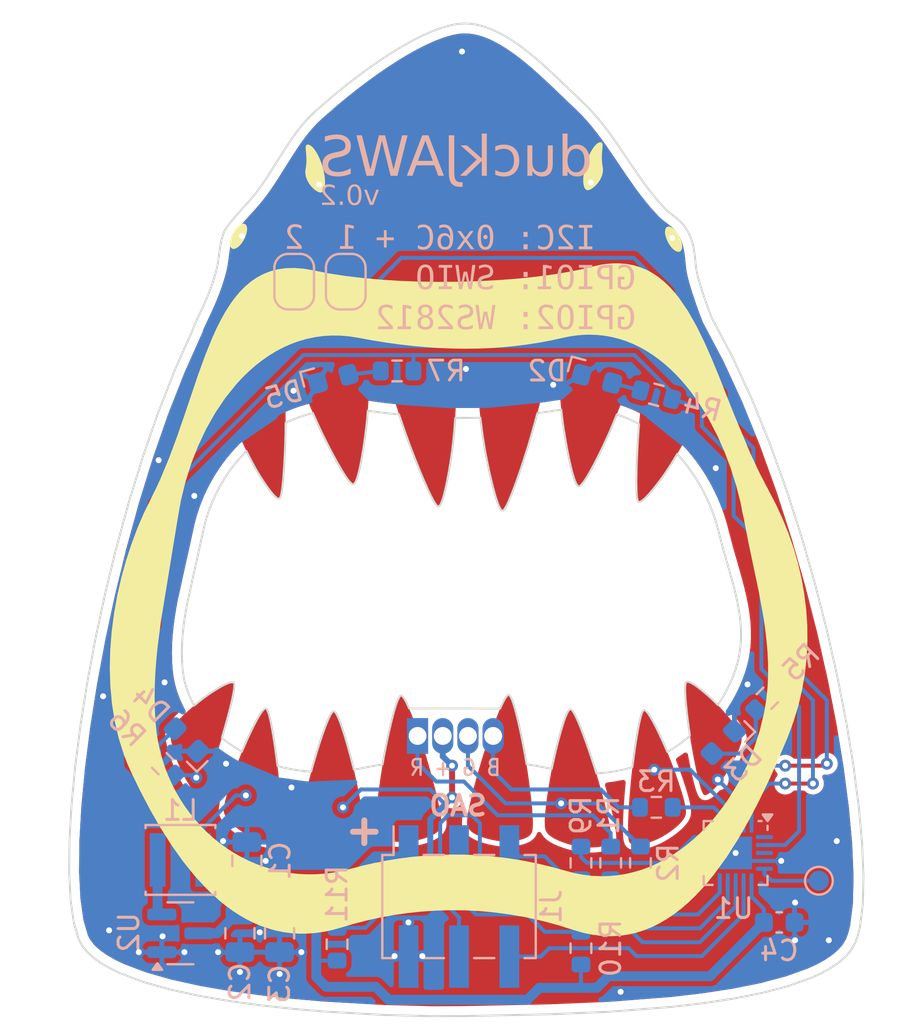
<source format=kicad_pcb>
(kicad_pcb (version 20240108) (generator "pcbnew") (generator_version "8.0")
  (title_block (title "duckJAWS") (date "2024-10-14") (rev "v0.2") (company "©2024 Adrian Studer"))
  (layers (0 "F.Cu" signal) (31 "B.Cu" signal) (34 "B.Paste" user) (35 "F.Paste" user) (36 "B.SilkS" user "B.Silkscreen") (37 "F.SilkS" user "F.Silkscreen") (38 "B.Mask" user) (39 "F.Mask" user) (44 "Edge.Cuts" user))
  (net 0 "")
  (net 2 "/LED_R")
  (net 3 "/LED_G")
  (net 4 "/LED_B")
  (net 5 "/LED_BG")
  (net 6 "/SCL")
  (net 7 "/SDA")
  (net 8 "/SWIO")
  (net 9 "/GPIO1")
  (net 10 "/GPIO2")
  (net 11 "+BATT")
  (net 12 "GND")
  (net 13 "+3V3")
  (net 14 "/LX")
  (net 15 "/LED_R_")
  (net 16 "/LED_B_")
  (net 17 "Net-(D2-A)")
  (net 18 "Net-(D3-A)")
  (net 19 "Net-(D4-A)")
  (net 20 "/PD0")
  (net 21 "/PD5")
  (net 22 "/PD6")
  (net 27 "/LED_G_")
  (net 28 "unconnected-(U1-PD3-Pad17)")
  (net 29 "unconnected-(U1-PD4-Pad18)")
  (net 30 "Net-(D5-A)")
  (footprint "footprints:LED_D5.0mm-4_RGB_single-side" (layer "F.Cu") (at 213.36 103.4)
    (property "Reference" "D1" (hide yes))
    (property "Value" "LED_RAGB")
  )
  (footprint "Resistor_SMD:R_0603_1608Metric" (layer "B.Cu") (at 221.6 114.1 90)
    (property "Reference" "R10")
    (property "Value" "10K")
  )
  (footprint "Resistor_SMD:R_0603_1608Metric" (layer "B.Cu") (at 221.6 109.8 -90)
    (property "Reference" "R9")
    (property "Value" "1K")
  )
  (footprint "LED_SMD:LED_Kingbright_APA1606_1.6x0.6mm_Horizontal" (layer "B.Cu") (at 228.7775 103.7225 -135)
    (property "Reference" "D3")
    (property "Value" "LED")
  )
  (footprint "LED_SMD:LED_Kingbright_APA1606_1.6x0.6mm_Horizontal" (layer "B.Cu") (at 209.1 85.4 15)
    (property "Reference" "D5")
    (property "Value" "LED")
  )
  (footprint "Jumper:SolderJumper-2_P1.3mm_Open_RoundedPad1.0x1.5mm" (layer "B.Cu") (at 209.7375 80.5 -90)
    (property "Reference" "JP1" (hide yes))
    (property "Value" "ADDR")
  )
  (footprint "Jumper:SolderJumper-2_P1.3mm_Open_RoundedPad1.0x1.5mm" (layer "B.Cu") (at 207.1375 80.5 -90)
    (property "Reference" "JP2" (hide yes))
    (property "Value" "ADDR")
  )
  (footprint "Inductor_SMD:L_Changjiang_FNR3012S" (layer "B.Cu") (at 201.4 109.65 180)
    (property "Reference" "L1")
    (property "Value" "22uH")
  )
  (footprint "Resistor_SMD:R_0603_1608Metric" (layer "B.Cu") (at 223.1 109.8 90)
    (property "Reference" "R1")
    (property "Value" "100R")
  )
  (footprint "LED_SMD:LED_Kingbright_APA1606_1.6x0.6mm_Horizontal" (layer "B.Cu") (at 201.7 103.6 135)
    (property "Reference" "D4")
    (property "Value" "LED")
  )
  (footprint "Connector_PinHeader_2.54mm:PinHeader_2x03_P2.54mm_Vertical_SMD" (layer "B.Cu") (at 215.45 112 -90)
    (property "Reference" "J1")
    (property "Value" "SOA")
  )
  (footprint "Capacitor_SMD:C_0603_1608Metric" (layer "B.Cu") (at 231.6 112.8)
    (property "Reference" "C4")
    (property "Value" "100nF")
  )
  (footprint "Resistor_SMD:R_0603_1608Metric" (layer "B.Cu") (at 212.325 85)
    (property "Reference" "R7")
    (property "Value" "680R")
  )
  (footprint "Package_DFN_QFN:QFN-20-1EP_3x3mm_P0.4mm_EP1.65x1.65mm" (layer "B.Cu") (at 229.4 109.3 180)
    (property "Reference" "U1")
    (property "Value" "CH32V003FxUx")
  )
  (footprint "Resistor_SMD:R_0603_1608Metric" (layer "B.Cu") (at 200.5 104.8 -45)
    (property "Reference" "R6")
    (property "Value" "680R")
  )
  (footprint "Resistor_SMD:R_0603_1608Metric" (layer "B.Cu") (at 224.6 109.8 90)
    (property "Reference" "R2")
    (property "Value" "100R")
  )
  (footprint "Resistor_SMD:R_0603_1608Metric" (layer "B.Cu") (at 225.4 86.2 -15)
    (property "Reference" "R4")
    (property "Value" "680R")
  )
  (footprint "Capacitor_SMD:C_0805_2012Metric" (layer "B.Cu") (at 204.4 113.35 -90)
    (property "Reference" "C2")
    (property "Value" "22uF")
  )
  (footprint "Capacitor_SMD:C_0805_2012Metric" (layer "B.Cu") (at 206.4 113.35 -90)
    (property "Reference" "C3")
    (property "Value" "22uF")
  )
  (footprint "Resistor_SMD:R_0603_1608Metric" (layer "B.Cu") (at 225.4 107 180)
    (property "Reference" "R3")
    (property "Value" "100R")
  )
  (footprint "LED_SMD:LED_Kingbright_APA1606_1.6x0.6mm_Horizontal" (layer "B.Cu") (at 222.4 85.4 -15)
    (property "Reference" "D2")
    (property "Value" "LED")
  )
  (footprint "Resistor_SMD:R_0603_1608Metric" (layer "B.Cu") (at 231 101.5 45)
    (property "Reference" "R5")
    (property "Value" "680R")
  )
  (footprint "Resistor_SMD:R_0603_1608Metric" (layer "B.Cu") (at 209.3 113.9 90)
    (property "Reference" "R11")
    (property "Value" "10K")
  )
  (footprint "TestPoint:TestPoint_Pad_D1.0mm" (layer "B.Cu") (at 233.6 110.7 180)
    (property "Reference" "TP1" (hide yes))
    (property "Value" "TestPoint")
  )
  (footprint "Package_TO_SOT_SMD:SOT-23" (layer "B.Cu") (at 201.4 113.35)
    (property "Reference" "U2")
    (property "Value" "ME2188A33M3G")
  )
  (footprint "Capacitor_SMD:C_0805_2012Metric" (layer "B.Cu") (at 204.75 109.7 90)
    (property "Reference" "C1")
    (property "Value" "22uF")
  )
  (gr_poly (pts (xy 205.724731 102.019822) (xy 205.747128 102.040811) (xy 205.769924 102.075093) (xy 205.816467 102.180309) (xy 205.863874 102.329019) (xy 205.911657 102.514767) (xy 206.006405 102.971567) (xy 206.096817 103.499081) (xy 206.178996 104.04568) (xy 206.249047 104.559735) (xy 206.337186 105.2837) (xy 206.403369 105.974948) (xy 206.443996 106.476524) (xy 206.480578 107.019124) (xy 206.506312 107.55554) (xy 206.514396 108.038564) (xy 206.509693 108.245301) (xy 206.498027 108.420987) (xy 206.478547 108.559721) (xy 206.450403 108.655602) (xy 206.430118 108.691951) (xy 206.404691 108.723247) (xy 206.374455 108.749723) (xy 206.339743 108.77161) (xy 206.300887 108.789141) (xy 206.258219 108.802547) (xy 206.212072 108.81206) (xy 206.162778 108.817912) (xy 206.110671 108.820335) (xy 206.056082 108.819561) (xy 205.94079 108.809349) (xy 205.819562 108.789132) (xy 205.695059 108.760765) (xy 205.569941 108.726102) (xy 205.446867 108.687) (xy 205.328498 108.645314) (xy 205.217495 108.602899) (xy 205.028224 108.523302) (xy 204.900337 108.463052) (xy 204.781678 108.398121) (xy 204.60756 108.292915) (xy 204.50635 108.227387) (xy 204.399251 108.154405) (xy 204.288923 108.074839) (xy 204.178023 107.989562) (xy 204.069212 107.899444) (xy 203.965147 107.805358) (xy 203.868488 107.708174) (xy 203.823766 107.658693) (xy 203.781893 107.608764) (xy 203.7432 107.558497) (xy 203.708021 107.507999) (xy 203.676687 107.457381) (xy 203.649531 107.406752) (xy 203.626885 107.356219) (xy 203.609082 107.305892) (xy 203.596454 107.25588) (xy 203.589333 107.206292) (xy 203.589851 107.083377) (xy 203.608256 106.929797) (xy 203.642374 106.75015) (xy 203.690031 106.549035) (xy 203.749055 106.33105) (xy 203.817272 106.100794) (xy 203.972592 105.621861) (xy 204.138605 105.149024) (xy 204.297925 104.719071) (xy 204.526942 104.134965) (xy 204.617288 103.921995) (xy 204.753535 103.613865) (xy 204.921215 103.250809) (xy 205.10586 102.873061) (xy 205.200023 102.69125) (xy 205.293002 102.520854) (xy 205.382988 102.366902) (xy 205.468173 102.234423) (xy 205.546748 102.128446) (xy 205.582992 102.086968) (xy 205.616905 102.054001) (xy 205.648262 102.030174) (xy 205.676836 102.016117) (xy 205.702401 102.012456)) (stroke (width -0.000001)) (fill solid) (layer "F.Cu") (net 11))
  (gr_poly (pts (xy 204.05 100.7) (xy 204.074115 100.710328) (xy 204.092712 100.726362) (xy 204.105427 100.748414) (xy 204.113637 100.780894) (xy 204.117677 100.823795) (xy 204.11416 100.938221) (xy 204.0967 101.086417) (xy 204.067123 101.263107) (xy 203.978917 101.680872) (xy 203.864141 102.149315) (xy 203.737395 102.626236) (xy 203.613278 103.069436) (xy 203.431331 103.685868) (xy 203.245392 104.261212) (xy 203.105447 104.673242) (xy 202.949048 105.113546) (xy 202.787342 105.541153) (xy 202.707983 105.73739) (xy 202.631477 105.915088) (xy 202.559218 106.069124) (xy 202.4926 106.194378) (xy 202.433016 106.285728) (xy 202.406296 106.317088) (xy 202.381858 106.338052) (xy 202.35593 106.350808) (xy 202.328195 106.35593) (xy 202.298802 106.353838) (xy 202.2679 106.344955) (xy 202.235636 106.329702) (xy 202.20216 106.3085) (xy 202.167621 106.281771) (xy 202.132165 106.249936) (xy 202.059102 106.172635) (xy 201.98416 106.07997) (xy 201.908526 105.975312) (xy 201.833389 105.862034) (xy 201.759936 105.743507) (xy 201.689356 105.623103) (xy 201.561568 105.390154) (xy 201.459527 105.190162) (xy 201.39274 105.050103) (xy 201.333789 104.913274) (xy 201.250601 104.704927) (xy 201.155302 104.446035) (xy 201.06002 104.15757) (xy 201.016175 104.008802) (xy 200.976882 103.860504) (xy 200.943656 103.7153) (xy 200.918014 103.575809) (xy 200.901471 103.444655) (xy 200.895543 103.324457) (xy 200.897034 103.269286) (xy 200.901746 103.217838) (xy 200.909871 103.17044) (xy 200.921596 103.127419) (xy 200.939314 103.082183) (xy 200.963009 103.034161) (xy 200.992304 102.98359) (xy 201.026822 102.930709) (xy 201.110022 102.818968) (xy 201.209595 102.700841) (xy 201.322528 102.57823) (xy 201.445808 102.453039) (xy 201.576423 102.327171) (xy 201.711358 102.202529) (xy 201.982139 101.964536) (xy 202.234045 101.754285) (xy 202.442971 101.587001) (xy 202.584813 101.47791) (xy 202.717358 101.382182) (xy 202.912886 101.247752) (xy 203.148126 101.094621) (xy 203.273364 101.017293) (xy 203.399803 100.942788) (xy 203.524533 100.873608) (xy 203.644645 100.812252) (xy 203.75723 100.761219) (xy 203.859378 100.723011) (xy 203.90563 100.709497) (xy 203.948181 100.700126) (xy 203.986669 100.695212) (xy 204.02073 100.695065)) (stroke (width -0.000001)) (fill solid) (layer "F.Cu") (net 5))
  (gr_poly (pts (xy 209.163211 102.166735) (xy 209.191677 102.189489) (xy 209.253641 102.271628) (xy 209.321286 102.397374) (xy 209.393379 102.560444) (xy 209.468689 102.754557) (xy 209.545984 102.97343) (xy 209.701598 103.460331) (xy 209.850364 103.97089) (xy 209.982425 104.454852) (xy 210.157003 105.141961) (xy 210.304197 105.807463) (xy 210.40298 106.294242) (xy 210.501851 106.824706) (xy 210.58828 107.354603) (xy 210.64974 107.839685) (xy 210.66719 108.051591) (xy 210.673701 108.235699) (xy 210.667705 108.386477) (xy 210.647636 108.498395) (xy 210.629598 108.545875) (xy 210.605431 108.590938) (xy 210.575522 108.633643) (xy 210.540257 108.674053) (xy 210.500022 108.712225) (xy 210.455202 108.748222) (xy 210.406183 108.782103) (xy 210.353353 108.813928) (xy 210.297096 108.843757) (xy 210.237798 108.871651) (xy 210.111626 108.921876) (xy 209.977924 108.965082) (xy 209.83978 109.001752) (xy 209.700283 109.032369) (xy 209.562518 109.057414) (xy 209.429576 109.077368) (xy 209.304543 109.092715) (xy 209.090558 109.111512) (xy 208.945265 109.117661) (xy 208.809473 109.114221) (xy 208.609128 109.099115) (xy 208.492197 109.085903) (xy 208.368065 109.068233) (xy 208.239712 109.04559) (xy 208.110116 109.017461) (xy 207.982257 108.983332) (xy 207.859114 108.942688) (xy 207.743666 108.895016) (xy 207.689758 108.868384) (xy 207.638891 108.839802) (xy 207.591438 108.809206) (xy 207.54777 108.776531) (xy 207.508261 108.741714) (xy 207.473281 108.704691) (xy 207.443205 108.665396) (xy 207.418404 108.623766) (xy 207.39925 108.579736) (xy 207.386117 108.533242) (xy 207.373271 108.408451) (xy 207.376481 108.243198) (xy 207.393891 108.043284) (xy 207.423647 107.814507) (xy 207.512769 107.293569) (xy 207.629001 106.726788) (xy 207.757497 106.160563) (xy 207.883411 105.641298) (xy 208.06811 104.929254) (xy 208.257053 104.28231) (xy 208.399333 103.826425) (xy 208.558411 103.346743) (xy 208.722984 102.891624) (xy 208.803799 102.688387) (xy 208.881748 102.509427) (xy 208.955418 102.360787) (xy 209.023397 102.248512) (xy 209.05481 102.207901) (xy 209.084271 102.178648) (xy 209.111602 102.161509) (xy 209.136627 102.157239)) (stroke (width -0.000001)) (fill solid) (layer "F.Cu") (net 13))
  (gr_poly (pts (xy 209.244824 83.917415) (xy 209.533681 83.929982) (xy 209.688883 83.94275) (xy 209.846842 83.960818) (xy 210.004238 83.984923) (xy 210.157754 84.015796) (xy 210.304068 84.054174) (xy 210.439862 84.10079) (xy 210.502777 84.127416) (xy 210.561817 84.156378) (xy 210.616568 84.187765) (xy 210.666614 84.221671) (xy 210.71154 84.258188) (xy 210.750933 84.297406) (xy 210.784375 84.339417) (xy 210.811454 84.384315) (xy 210.83228 84.432939) (xy 210.850616 84.492057) (xy 210.880257 84.639001) (xy 210.901251 84.819605) (xy 210.914473 85.028324) (xy 210.920799 85.259617) (xy 210.921104 85.507942) (xy 210.90715 86.033513) (xy 210.879612 86.560695) (xy 210.845491 87.045149) (xy 210.785501 87.708503) (xy 210.698724 88.395323) (xy 210.627607 88.879855) (xy 210.542201 89.391819) (xy 210.445654 89.881229) (xy 210.394186 90.101855) (xy 210.341113 90.298097) (xy 210.286829 90.463708) (xy 210.231727 90.592438) (xy 210.203992 90.64102) (xy 210.1762 90.678039) (xy 210.1484 90.702714) (xy 210.120641 90.714263) (xy 210.092491 90.712218) (xy 210.05984 90.697783) (xy 210.022997 90.671683) (xy 209.982271 90.634641) (xy 209.890412 90.530629) (xy 209.78674 90.391537) (xy 209.67373 90.223156) (xy 209.553861 90.03128) (xy 209.303449 89.600202) (xy 209.05532 89.144635) (xy 208.829289 88.71091) (xy 208.522774 88.09431) (xy 208.21097 87.413686) (xy 207.993231 86.916587) (xy 207.765475 86.373784) (xy 207.551109 85.829392) (xy 207.456262 85.570386) (xy 207.37354 85.327525) (xy 207.305869 85.106325) (xy 207.256174 84.9123) (xy 207.227382 84.750963) (xy 207.221739 84.684276) (xy 207.222418 84.62783) (xy 207.229741 84.581243) (xy 207.244055 84.536554) (xy 207.264942 84.49373) (xy 207.291981 84.452742) (xy 207.324756 84.413557) (xy 207.362845 84.376145) (xy 207.405831 84.340474) (xy 207.453295 84.306514) (xy 207.504817 84.274232) (xy 207.559978 84.243599) (xy 207.679542 84.187152) (xy 207.808637 84.136924) (xy 207.943909 84.092665) (xy 208.082006 84.054126) (xy 208.219577 84.021059) (xy 208.35327 83.993213) (xy 208.479733 83.97034) (xy 208.697559 83.938516) (xy 208.84624 83.923594) (xy 209.006826 83.917243)) (stroke (width -0.000001)) (fill solid) (layer "F.Cu") (net 12))
  (gr_poly (pts (xy 221.099824 102.065063) (xy 221.128255 102.085892) (xy 221.159359 102.119041) (xy 221.192925 102.163734) (xy 221.266596 102.284658) (xy 221.347581 102.442467) (xy 221.43419 102.630965) (xy 221.524734 102.843955) (xy 221.710872 103.318625) (xy 221.892482 103.816903) (xy 222.056055 104.289217) (xy 222.275038 104.957662) (xy 222.492482 105.690119) (xy 222.642157 106.223043) (xy 222.796442 106.802931) (xy 222.93832 107.381658) (xy 223.050773 107.911101) (xy 223.090646 108.142301) (xy 223.116782 108.343134) (xy 223.127051 108.507582) (xy 223.119328 108.629632) (xy 223.10799 108.673937) (xy 223.090444 108.714956) (xy 223.067073 108.752803) (xy 223.038255 108.787596) (xy 223.004371 108.81945) (xy 222.965801 108.84848) (xy 222.922926 108.874803) (xy 222.876125 108.898534) (xy 222.825778 108.919789) (xy 222.772267 108.938684) (xy 222.715971 108.955335) (xy 222.65727 108.969857) (xy 222.534174 108.99298) (xy 222.406022 109.008979) (xy 222.275855 109.01878) (xy 222.146714 109.02331) (xy 222.021641 109.023496) (xy 221.903678 109.020264) (xy 221.701246 109.007251) (xy 221.56375 108.991685) (xy 221.416216 108.965272) (xy 221.198516 108.916705) (xy 221.071128 108.883997) (xy 220.935527 108.845611) (xy 220.794822 108.8015) (xy 220.652123 108.751617) (xy 220.51054 108.695915) (xy 220.373182 108.634348) (xy 220.243159 108.566869) (xy 220.123579 108.493432) (xy 220.068678 108.454464) (xy 220.017553 108.413989) (xy 219.970595 108.372001) (xy 219.928191 108.328494) (xy 219.89073 108.283462) (xy 219.8586 108.2369) (xy 219.832192 108.188802) (xy 219.811892 108.139161) (xy 219.786798 108.025287) (xy 219.774319 107.874814) (xy 219.773101 107.693013) (xy 219.781793 107.485154) (xy 219.799042 107.256507) (xy 219.823496 107.012344) (xy 219.888606 106.498548) (xy 219.966303 105.98593) (xy 220.045766 105.516652) (xy 220.166712 104.876775) (xy 220.314499 104.219282) (xy 220.427813 103.757452) (xy 220.55693 103.271561) (xy 220.693993 102.810106) (xy 220.763049 102.603698) (xy 220.831144 102.421585) (xy 220.897297 102.269829) (xy 220.960524 102.154493) (xy 220.990735 102.112377) (xy 221.019845 102.081639) (xy 221.047733 102.063037) (xy 221.074276 102.057328)) (stroke (width -0.000001)) (fill solid) (layer "F.Cu") (net 27))
  (gr_poly (pts (xy 227.019533 100.674808) (xy 227.056901 100.685015) (xy 227.097643 100.700106) (xy 227.141445 100.719727) (xy 227.236971 100.771145) (xy 227.340963 100.836441) (xy 227.450905 100.912786) (xy 227.564281 100.997349) (xy 227.678575 101.087302) (xy 227.791272 101.179815) (xy 228.001812 101.361207) (xy 228.175774 101.518889) (xy 228.293032 101.630227) (xy 228.41755 101.755801) (xy 228.600003 101.947144) (xy 228.818749 102.186121) (xy 229.052145 102.454595) (xy 229.167574 102.594225) (xy 229.27855 102.734429) (xy 229.382368 102.872938) (xy 229.476323 103.007487) (xy 229.557708 103.135807) (xy 229.62382 103.255632) (xy 229.650303 103.311651) (xy 229.671952 103.364695) (xy 229.688431 103.414482) (xy 229.6994 103.460729) (xy 229.704762 103.503983) (xy 229.705926 103.55096) (xy 229.703126 103.601369) (xy 229.696599 103.65492) (xy 229.673299 103.770288) (xy 229.637908 103.894746) (xy 229.592304 104.025973) (xy 229.538368 104.161649) (xy 229.47798 104.299456) (xy 229.41302 104.437073) (xy 229.276904 104.70246) (xy 229.145062 104.939252) (xy 229.032533 105.128894) (xy 228.95436 105.252828) (xy 228.867963 105.378773) (xy 228.737993 105.557665) (xy 228.577767 105.764771) (xy 228.490469 105.871176) (xy 228.4006 105.975359) (xy 228.309827 106.074228) (xy 228.219812 106.164693) (xy 228.132221 106.243661) (xy 228.048719 106.30804) (xy 228.009021 106.333793) (xy 227.970969 106.35474) (xy 227.934772 106.370494) (xy 227.900637 106.380668) (xy 227.868773 106.384877) (xy 227.839388 106.382733) (xy 227.812689 106.37385) (xy 227.788886 106.357842) (xy 227.767747 106.334111) (xy 227.745859 106.300004) (xy 227.700155 106.203241) (xy 227.652409 106.072702) (xy 227.603258 105.913535) (xy 227.50328 105.529919) (xy 227.405308 105.093584) (xy 227.314429 104.645724) (xy 227.235728 104.227533) (xy 227.135209 103.644929) (xy 227.044598 103.023165) (xy 226.986079 102.577082) (xy 226.92985 102.098023) (xy 226.884235 101.628858) (xy 226.857557 101.212455) (xy 226.853922 101.037436) (xy 226.858143 100.891684) (xy 226.87126 100.780556) (xy 226.88148 100.739652) (xy 226.894314 100.709413) (xy 226.910094 100.689894) (xy 226.93082 100.677029) (xy 226.956178 100.670461) (xy 226.985854 100.669839)) (stroke (width -0.000001)) (fill solid) (layer "F.Cu") (net 29))
  (gr_poly (pts (xy 224.809525 102.099559) (xy 224.838099 102.113617) (xy 224.869455 102.137444) (xy 224.903369 102.170411) (xy 224.939613 102.211889) (xy 225.018188 102.317866) (xy 225.103373 102.450345) (xy 225.193359 102.604297) (xy 225.286338 102.774693) (xy 225.380501 102.956503) (xy 225.565146 103.334252) (xy 225.732826 103.697308) (xy 225.869073 104.005438) (xy 225.95942 104.218408) (xy 226.188436 104.802513) (xy 226.347756 105.232467) (xy 226.513769 105.705304) (xy 226.66909 106.184237) (xy 226.737307 106.414493) (xy 226.79633 106.632478) (xy 226.843988 106.833593) (xy 226.878105 107.01324) (xy 226.89651 107.16682) (xy 226.897028 107.289735) (xy 226.889907 107.339323) (xy 226.877279 107.389335) (xy 226.859476 107.439661) (xy 226.83683 107.490194) (xy 226.809674 107.540824) (xy 226.77834 107.591442) (xy 226.743161 107.641939) (xy 226.704468 107.692207) (xy 226.662595 107.742135) (xy 226.617873 107.791617) (xy 226.521214 107.888801) (xy 226.417149 107.982887) (xy 226.308337 108.073005) (xy 226.197438 108.158282) (xy 226.08711 108.237848) (xy 225.980011 108.31083) (xy 225.878801 108.376358) (xy 225.704682 108.481564) (xy 225.586024 108.546494) (xy 225.458136 108.606744) (xy 225.268865 108.686341) (xy 225.157862 108.728757) (xy 225.039493 108.770443) (xy 224.91642 108.809545) (xy 224.791301 108.844207) (xy 224.666798 108.872575) (xy 224.54557 108.892792) (xy 224.430278 108.903004) (xy 224.37569 108.903778) (xy 224.323582 108.901355) (xy 224.274289 108.895502) (xy 224.228142 108.885989) (xy 224.185474 108.872584) (xy 224.146617 108.855053) (xy 224.111905 108.833166) (xy 224.081669 108.80669) (xy 224.056243 108.775394) (xy 224.035958 108.739045) (xy 224.007814 108.643164) (xy 223.988334 108.50443) (xy 223.976668 108.328744) (xy 223.971965 108.122006) (xy 223.980049 107.638983) (xy 224.005783 107.102567) (xy 224.042365 106.559967) (xy 224.082992 106.058391) (xy 224.149174 105.367143) (xy 224.237314 104.643178) (xy 224.307365 104.129123) (xy 224.389544 103.582524) (xy 224.479955 103.05501) (xy 224.574704 102.59821) (xy 224.622487 102.412461) (xy 224.669893 102.263752) (xy 224.716437 102.158535) (xy 224.739232 102.124253) (xy 224.76163 102.103265) (xy 224.78396 102.095899)) (stroke (width -0.000001)) (fill solid) (layer "F.Cu") (net 28))
  (gr_poly (pts (xy 206.470371 84.820592) (xy 206.49859 84.831979) (xy 206.523 84.850017) (xy 206.543332 84.875072) (xy 206.559702 84.907876) (xy 206.574963 84.952419) (xy 206.602307 85.073765) (xy 206.625656 85.233202) (xy 206.645305 85.424824) (xy 206.67467 85.880997) (xy 206.692747 86.395031) (xy 206.701881 86.919675) (xy 206.704416 87.407675) (xy 206.69907 88.084737) (xy 206.677145 88.802201) (xy 206.6551 89.314954) (xy 206.624986 89.863583) (xy 206.586295 90.397984) (xy 206.538517 90.868053) (xy 206.511061 91.063305) (xy 206.481142 91.223685) (xy 206.448696 91.34293) (xy 206.413661 91.414777) (xy 206.394848 91.43159) (xy 206.372398 91.439507) (xy 206.346557 91.439018) (xy 206.317565 91.43061) (xy 206.285669 91.414773) (xy 206.251109 91.391996) (xy 206.214131 91.362766) (xy 206.174977 91.327573) (xy 206.091115 91.241252) (xy 206.001473 91.136942) (xy 205.907996 91.018553) (xy 205.812632 90.889994) (xy 205.717329 90.755175) (xy 205.624034 90.618006) (xy 205.451257 90.352255) (xy 205.309879 90.124016) (xy 205.215479 89.964568) (xy 205.116535 89.787102) (xy 204.972855 89.51892) (xy 204.80229 89.186775) (xy 204.62269 88.817421) (xy 204.451906 88.437608) (xy 204.375398 88.25214) (xy 204.307788 88.074089) (xy 204.251307 87.906801) (xy 204.208186 87.753618) (xy 204.180657 87.617885) (xy 204.173436 87.557607) (xy 204.17095 87.502946) (xy 204.173392 87.453323) (xy 204.180579 87.400858) (xy 204.192231 87.345801) (xy 204.208067 87.288401) (xy 204.251172 87.167573) (xy 204.307656 87.04037) (xy 204.375277 86.908789) (xy 204.451795 86.774827) (xy 204.534969 86.64048) (xy 204.62256 86.507745) (xy 204.712325 86.378618) (xy 204.802026 86.255096) (xy 204.97227 86.032855) (xy 205.115367 85.856995) (xy 205.213395 85.743489) (xy 205.31978 85.630274) (xy 205.477948 85.471685) (xy 205.571031 85.382674) (xy 205.670558 85.291076) (xy 205.77436 85.199812) (xy 205.88027 85.1118) (xy 205.986121 85.029959) (xy 206.089744 84.957208) (xy 206.188973 84.896467) (xy 206.236262 84.871513) (xy 206.281639 84.850655) (xy 206.324834 84.834259) (xy 206.365576 84.82269) (xy 206.403593 84.816313) (xy 206.438615 84.815492)) (stroke (width -0.000001)) (fill solid) (layer "F.Cu") (net 12))
  (gr_poly (pts (xy 222.520104 84.023528) (xy 222.669308 84.03845) (xy 222.888249 84.070274) (xy 223.015512 84.093148) (xy 223.15018 84.120994) (xy 223.28891 84.154062) (xy 223.428357 84.192601) (xy 223.565178 84.23686) (xy 223.696032 84.287089) (xy 223.817573 84.343536) (xy 223.873807 84.374169) (xy 223.926459 84.40645) (xy 223.975112 84.440411) (xy 224.019347 84.476082) (xy 224.058747 84.513494) (xy 224.092893 84.552679) (xy 224.121368 84.593668) (xy 224.143754 84.636491) (xy 224.159633 84.68118) (xy 224.168587 84.727767) (xy 224.171243 84.784214) (xy 224.167935 84.8509) (xy 224.144793 85.012237) (xy 224.101893 85.206263) (xy 224.041967 85.427463) (xy 223.967749 85.670323) (xy 223.881972 85.929329) (xy 223.68667 86.473722) (xy 223.477921 87.016524) (xy 223.277589 87.513623) (xy 222.989619 88.194247) (xy 222.704696 88.810847) (xy 222.493852 89.244572) (xy 222.261677 89.70014) (xy 222.143275 89.921635) (xy 222.026361 90.131217) (xy 221.913211 90.323094) (xy 221.806098 90.491474) (xy 221.707297 90.630566) (xy 221.61908 90.734579) (xy 221.579652 90.771621) (xy 221.543722 90.797721) (xy 221.511577 90.812155) (xy 221.483498 90.8142) (xy 221.455335 90.802651) (xy 221.426671 90.777976) (xy 221.397583 90.740957) (xy 221.368146 90.692375) (xy 221.308536 90.563645) (xy 221.248452 90.398035) (xy 221.188507 90.201792) (xy 221.129314 89.981166) (xy 221.015629 89.491756) (xy 220.912295 88.979792) (xy 220.824211 88.49526) (xy 220.713385 87.80844) (xy 220.630165 87.145086) (xy 220.579079 86.660633) (xy 220.53308 86.13345) (xy 220.500722 85.607879) (xy 220.492331 85.359555) (xy 220.490558 85.128262) (xy 220.496471 84.919542) (xy 220.511141 84.738939) (xy 220.535635 84.591995) (xy 220.551901 84.532877) (xy 220.571024 84.484252) (xy 220.596531 84.439355) (xy 220.628503 84.397343) (xy 220.666522 84.358124) (xy 220.71017 84.321608) (xy 220.759029 84.287701) (xy 220.81268 84.256313) (xy 220.870706 84.227352) (xy 220.932689 84.200725) (xy 221.066851 84.154109) (xy 221.211821 84.115731) (xy 221.364255 84.084857) (xy 221.520808 84.060752) (xy 221.678134 84.042684) (xy 221.832889 84.029916) (xy 221.981727 84.021716) (xy 222.121305 84.017349) (xy 222.359296 84.017177)) (stroke (width -0.000001)) (fill solid) (layer "F.Cu") (net 12))
  (gr_poly (pts (xy 217.974448 101.339757) (xy 218.0004 101.360186) (xy 218.027411 101.3936) (xy 218.055372 101.439186) (xy 218.113699 101.563619) (xy 218.174501 101.726975) (xy 218.236897 101.922744) (xy 218.300006 102.144417) (xy 218.424839 102.639437) (xy 218.541952 103.159957) (xy 218.644299 103.653901) (xy 218.776501 104.353757) (xy 218.898621 105.12207) (xy 218.97885 105.681626) (xy 219.05748 106.291041) (xy 219.123729 106.900009) (xy 219.166812 107.458222) (xy 219.176297 107.702575) (xy 219.175947 107.915375) (xy 219.164413 108.090333) (xy 219.140349 108.221162) (xy 219.122989 108.269198) (xy 219.099796 108.314121) (xy 219.071138 108.356029) (xy 219.037385 108.395023) (xy 218.998904 108.431201) (xy 218.956065 108.464663) (xy 218.909236 108.495508) (xy 218.858785 108.523837) (xy 218.805083 108.549747) (xy 218.748497 108.573339) (xy 218.628149 108.613966) (xy 218.500691 108.646513) (xy 218.369073 108.671775) (xy 218.236245 108.690547) (xy 218.105156 108.703625) (xy 217.978756 108.711803) (xy 217.859995 108.715878) (xy 217.657189 108.714898) (xy 217.520335 108.707047) (xy 217.374784 108.688255) (xy 217.161289 108.650281) (xy 217.036933 108.623482) (xy 216.905035 108.591142) (xy 216.768743 108.553014) (xy 216.631205 108.508849) (xy 216.49557 108.4584) (xy 216.364985 108.401418) (xy 216.242598 108.337654) (xy 216.185463 108.303151) (xy 216.131559 108.26686) (xy 216.081277 108.22875) (xy 216.035014 108.188789) (xy 215.99316 108.146947) (xy 215.956111 108.103192) (xy 215.92426 108.057493) (xy 215.898 108.00982) (xy 215.877724 107.960141) (xy 215.863827 107.908425) (xy 215.853644 107.788421) (xy 215.861083 107.628528) (xy 215.884075 107.434461) (xy 215.920552 107.211935) (xy 216.025683 106.704363) (xy 216.159926 106.151529) (xy 216.306731 105.59915) (xy 216.449546 105.092942) (xy 216.657004 104.401906) (xy 216.89393 103.690341) (xy 217.069956 103.189924) (xy 217.265156 102.662806) (xy 217.465128 102.161277) (xy 217.562403 101.936448) (xy 217.655471 101.737627) (xy 217.742531 101.571347) (xy 217.821784 101.444146) (xy 217.891429 101.362561) (xy 217.922086 101.340917) (xy 217.949666 101.333127)) (stroke (width -0.000001)) (fill solid) (layer "F.Cu") (net 16))
  (gr_poly (pts (xy 219.267263 84.50356) (xy 219.391344 84.512718) (xy 219.450447 84.520794) (xy 219.507074 84.531426) (xy 219.560839 84.544786) (xy 219.611355 84.561045) (xy 219.658236 84.580371) (xy 219.701094 84.602936) (xy 219.739542 84.62891) (xy 219.773193 84.658464) (xy 219.801662 84.691766) (xy 219.824559 84.728988) (xy 219.841499 84.770301) (xy 219.852095 84.815873) (xy 219.857496 84.944347) (xy 219.843856 85.120033) (xy 219.813445 85.336287) (xy 219.768535 85.586461) (xy 219.644301 86.161995) (xy 219.489323 86.79347) (xy 219.321768 87.427725) (xy 219.159807 88.011597) (xy 218.925337 88.815541) (xy 218.690577 89.55179) (xy 218.515753 90.073117) (xy 218.322167 90.624231) (xy 218.124467 91.150872) (xy 218.028653 91.388059) (xy 217.937304 91.59878) (xy 217.852251 91.776252) (xy 217.775327 91.913694) (xy 217.708361 92.004321) (xy 217.679185 92.02996) (xy 217.653185 92.041352) (xy 217.626444 92.038611) (xy 217.598596 92.022363) (xy 217.569752 91.993397) (xy 217.54002 91.952502) (xy 217.47833 91.838074) (xy 217.414401 91.685387) (xy 217.349107 91.500746) (xy 217.283321 91.290459) (xy 217.153771 90.818172) (xy 217.032743 90.318978) (xy 216.927228 89.843328) (xy 216.790703 89.164472) (xy 216.680986 88.500949) (xy 216.609865 88.013177) (xy 216.541389 87.479219) (xy 216.48567 86.942441) (xy 216.465755 86.686546) (xy 216.452823 86.446209) (xy 216.448137 86.226849) (xy 216.452961 86.033888) (xy 216.468561 85.872747) (xy 216.496199 85.748845) (xy 216.517718 85.693666) (xy 216.545387 85.639359) (xy 216.578813 85.585968) (xy 216.617603 85.533535) (xy 216.661364 85.482102) (xy 216.709703 85.431711) (xy 216.762227 85.382404) (xy 216.818542 85.334225) (xy 216.940974 85.241417) (xy 217.073855 85.153624) (xy 217.21404 85.071186) (xy 217.358383 84.994441) (xy 217.50374 84.923727) (xy 217.646965 84.859383) (xy 217.784914 84.801748) (xy 217.914441 84.75116) (xy 218.135652 84.672481) (xy 218.285437 84.626054) (xy 218.424853 84.592384) (xy 218.629915 84.553318) (xy 218.749325 84.535167) (xy 218.875861 84.519753) (xy 219.006426 84.508439) (xy 219.137925 84.502587)) (stroke (width -0.000001)) (fill solid) (layer "F.Cu") (net 12))
  (gr_poly (pts (xy 212.557928 101.372365) (xy 212.588378 101.394009) (xy 212.657242 101.475595) (xy 212.735278 101.602795) (xy 212.820747 101.769075) (xy 212.911912 101.967897) (xy 213.007035 102.192725) (xy 213.202207 102.694254) (xy 213.392361 103.221373) (xy 213.563597 103.721789) (xy 213.793713 104.433354) (xy 213.994558 105.12439) (xy 214.132528 105.630598) (xy 214.274046 106.182978) (xy 214.402998 106.735812) (xy 214.503272 107.243384) (xy 214.537619 107.46591) (xy 214.558754 107.659976) (xy 214.564663 107.819869) (xy 214.553332 107.939874) (xy 214.53894 107.991589) (xy 214.518189 108.041268) (xy 214.491472 108.088942) (xy 214.459183 108.13464) (xy 214.421715 108.178395) (xy 214.379462 108.220238) (xy 214.332815 108.260199) (xy 214.282169 108.298309) (xy 214.227917 108.3346) (xy 214.170452 108.369102) (xy 214.047455 108.432866) (xy 213.916325 108.489848) (xy 213.780206 108.540298) (xy 213.642246 108.584462) (xy 213.505589 108.62259) (xy 213.373381 108.65493) (xy 213.248768 108.68173) (xy 213.034909 108.719703) (xy 212.889178 108.738496) (xy 212.752249 108.746347) (xy 212.549434 108.747327) (xy 212.430712 108.743252) (xy 212.304391 108.735073) (xy 212.173427 108.721995) (xy 212.040779 108.703223) (xy 211.909403 108.677962) (xy 211.782256 108.645415) (xy 211.662297 108.604788) (xy 211.605937 108.581195) (xy 211.552483 108.555285) (xy 211.502304 108.526957) (xy 211.45577 108.496111) (xy 211.413251 108.462649) (xy 211.375117 108.426471) (xy 211.341736 108.387477) (xy 211.31348 108.345569) (xy 211.290717 108.300646) (xy 211.273817 108.25261) (xy 211.251004 108.121782) (xy 211.241145 107.946823) (xy 211.242831 107.734023) (xy 211.254655 107.48967) (xy 211.30308 106.931457) (xy 211.375157 106.32249) (xy 211.45962 105.713075) (xy 211.545205 105.153518) (xy 211.674677 104.385205) (xy 211.813578 103.685349) (xy 211.920652 103.191405) (xy 212.042748 102.670885) (xy 212.172318 102.175866) (xy 212.237549 101.954193) (xy 212.301818 101.758424) (xy 212.364184 101.595068) (xy 212.423702 101.470635) (xy 212.452098 101.425048) (xy 212.479429 101.391634) (xy 212.505577 101.371205) (xy 212.530423 101.364575)) (stroke (width -0.000001)) (fill solid) (layer "F.Cu") (net 15))
  (gr_poly (pts (xy 212.628307 84.484949) (xy 212.759497 84.495983) (xy 212.886883 84.511015) (xy 213.007295 84.528717) (xy 213.214514 84.566817) (xy 213.355788 84.599654) (xy 213.508134 84.644929) (xy 213.733687 84.721659) (xy 214.007136 84.827201) (xy 214.153913 84.889951) (xy 214.303172 84.958914) (xy 214.451751 85.033759) (xy 214.596486 85.114156) (xy 214.734212 85.199776) (xy 214.861767 85.290287) (xy 214.975986 85.385359) (xy 215.027106 85.434503) (xy 215.073706 85.484663) (xy 215.11539 85.535799) (xy 215.151763 85.587868) (xy 215.182429 85.64083) (xy 215.206994 85.694644) (xy 215.24147 85.815477) (xy 215.265963 85.972629) (xy 215.281437 86.160812) (xy 215.288858 86.37474) (xy 215.28919 86.609127) (xy 215.283398 86.858686) (xy 215.257305 87.382175) (xy 215.218299 87.902913) (xy 215.1741 88.378608) (xy 215.101004 89.025702) (xy 215.001947 89.687751) (xy 214.922684 90.151624) (xy 214.829207 90.638459) (xy 214.725724 91.099052) (xy 214.671544 91.304132) (xy 214.616441 91.484201) (xy 214.560939 91.633107) (xy 214.505565 91.744702) (xy 214.47809 91.784585) (xy 214.450844 91.812833) (xy 214.423893 91.828678) (xy 214.397303 91.831351) (xy 214.370675 91.820242) (xy 214.340084 91.795238) (xy 214.268116 91.706855) (xy 214.183605 91.572817) (xy 214.088758 91.399739) (xy 213.985778 91.194236) (xy 213.876873 90.962922) (xy 213.650107 90.449321) (xy 213.426103 89.911852) (xy 213.222506 89.403433) (xy 212.947112 88.685412) (xy 212.668271 87.901372) (xy 212.474084 87.331956) (xy 212.271524 86.713405) (xy 212.081693 86.097564) (xy 211.925694 85.53628) (xy 211.866976 85.292299) (xy 211.82463 85.0814) (xy 211.801294 84.910063) (xy 211.799605 84.78477) (xy 211.807686 84.740326) (xy 211.822346 84.700037) (xy 211.843189 84.663736) (xy 211.869819 84.631258) (xy 211.90184 84.602437) (xy 211.938854 84.577106) (xy 211.980467 84.5551) (xy 212.026281 84.536252) (xy 212.0759 84.520396) (xy 212.128928 84.507366) (xy 212.184968 84.496997) (xy 212.243624 84.489122) (xy 212.3672 84.48019) (xy 212.496485 84.479242)) (stroke (width -0.000001)) (fill solid) (layer "F.Cu") (net 12))
  (gr_poly (pts (xy 225.068522 85.01549) (xy 225.105862 85.024546) (xy 225.145463 85.038957) (xy 225.187088 85.058342) (xy 225.230498 85.082319) (xy 225.275455 85.110505) (xy 225.369058 85.177978) (xy 225.465991 85.257703) (xy 225.564349 85.346624) (xy 225.662225 85.441684) (xy 225.757717 85.539827) (xy 225.848916 85.637996) (xy 225.93392 85.733134) (xy 226.077715 85.902089) (xy 226.173859 86.022239) (xy 226.261648 86.14208) (xy 226.38891 86.327129) (xy 226.539174 86.560225) (xy 226.617785 86.689429) (xy 226.695971 86.824209) (xy 226.771672 86.962421) (xy 226.842831 87.101921) (xy 226.907387 87.240562) (xy 226.963283 87.3762) (xy 227.008459 87.506691) (xy 227.040857 87.629888) (xy 227.051621 87.688082) (xy 227.058419 87.743648) (xy 227.060992 87.796318) (xy 227.059084 87.845824) (xy 227.051824 87.899987) (xy 227.039352 87.959396) (xy 227.000033 88.092366) (xy 226.943644 88.24157) (xy 226.872703 88.403842) (xy 226.789726 88.576019) (xy 226.69723 88.754933) (xy 226.597733 88.937422) (xy 226.49375 89.120318) (xy 226.282396 89.474677) (xy 226.083305 89.792689) (xy 225.916611 90.049034) (xy 225.802449 90.21839) (xy 225.694394 90.370161) (xy 225.53349 90.586962) (xy 225.338002 90.838814) (xy 225.232998 90.968515) (xy 225.126198 91.095735) (xy 225.019885 91.216728) (xy 224.916343 91.327746) (xy 224.817854 91.42504) (xy 224.726704 91.504865) (xy 224.684593 91.537055) (xy 224.645173 91.563471) (xy 224.608729 91.583647) (xy 224.575547 91.597112) (xy 224.545911 91.6034) (xy 224.520108 91.60204) (xy 224.498422 91.592566) (xy 224.481139 91.574508) (xy 224.46594 91.543799) (xy 224.4525 91.50058) (xy 224.43059 91.379717) (xy 224.414798 91.218141) (xy 224.404512 91.022074) (xy 224.398014 90.551352) (xy 224.406203 90.017325) (xy 224.424187 89.469765) (xy 224.447075 88.958447) (xy 224.487994 88.243629) (xy 224.541907 87.570158) (xy 224.587133 87.085202) (xy 224.642143 86.56429) (xy 224.70514 86.054563) (xy 224.774327 85.603164) (xy 224.810679 85.41407) (xy 224.847906 85.257237) (xy 224.885781 85.138556) (xy 224.904892 85.095365) (xy 224.92408 85.063922) (xy 224.94654 85.040467) (xy 224.972452 85.024279) (xy 225.001579 85.014975) (xy 225.033681 85.012172)) (stroke (width -0.000001)) (fill solid) (layer "F.Cu") (net 12))
  (gr_poly (pts (xy 204.591582 77.577859) (xy 204.608419 77.579722) (xy 204.624693 77.583211) (xy 204.640367 77.588353) (xy 204.655402 77.59518) (xy 204.669592 77.603615) (xy 204.682761 77.613534) (xy 204.694909 77.624888) (xy 204.706039 77.637629) (xy 204.716155 77.651709) (xy 204.725259 77.66708) (xy 204.733352 77.683693) (xy 204.740438 77.7015) (xy 204.751599 77.740504) (xy 204.758762 77.783708) (xy 204.761946 77.830725) (xy 204.761172 77.881171) (xy 204.75646 77.934659) (xy 204.747832 77.990804) (xy 204.735306 78.049222) (xy 204.718904 78.109526) (xy 204.698645 78.171332) (xy 204.674551 78.234253) (xy 204.646641 78.297905) (xy 204.614936 78.361901) (xy 204.580299 78.424367) (xy 204.543784 78.483525) (xy 204.505695 78.539138) (xy 204.466339 78.590971) (xy 204.426022 78.638786) (xy 204.385049 78.682348) (xy 204.364412 78.702461) (xy 204.343726 78.721421) (xy 204.323029 78.7392) (xy 204.30236 78.755767) (xy 204.281756 78.771095) (xy 204.261255 78.785152) (xy 204.240897 78.797909) (xy 204.220718 78.809337) (xy 204.200758 78.819407) (xy 204.181055 78.828088) (xy 204.161646 78.835352) (xy 204.142571 78.841168) (xy 204.123867 78.845507) (xy 204.105572 78.84834) (xy 204.087725 78.849636) (xy 204.070364 78.849368) (xy 204.053527 78.847504) (xy 204.037253 78.844015) (xy 204.021579 78.838873) (xy 204.006544 78.832047) (xy 203.992353 78.823611) (xy 203.979185 78.813692) (xy 203.967037 78.802338) (xy 203.955906 78.789596) (xy 203.945791 78.775517) (xy 203.936687 78.760146) (xy 203.928594 78.743533) (xy 203.921507 78.725726) (xy 203.910346 78.686721) (xy 203.903184 78.643517) (xy 203.9 78.5965) (xy 203.900774 78.546055) (xy 203.905485 78.492567) (xy 203.914114 78.436421) (xy 203.926639 78.378003) (xy 203.943041 78.317699) (xy 203.9633 78.255894) (xy 203.987394 78.192972) (xy 204.015303 78.129321) (xy 204.047008 78.065324) (xy 204.081645 78.002858) (xy 204.118161 77.943701) (xy 204.15625 77.888088) (xy 204.195606 77.836255) (xy 204.235923 77.78844) (xy 204.276896 77.744878) (xy 204.297533 77.724765) (xy 204.318219 77.705805) (xy 204.338916 77.688026) (xy 204.359586 77.671458) (xy 204.38019 77.656131) (xy 204.40069 77.642074) (xy 204.421049 77.629317) (xy 204.441227 77.617889) (xy 204.461187 77.607819) (xy 204.480891 77.599138) (xy 204.500299 77.591874) (xy 204.519375 77.586058) (xy 204.538079 77.581719) (xy 204.556374 77.578887) (xy 204.574221 77.57759)) (stroke (width -0.000001)) (fill solid) (layer "F.SilkS"))
  (gr_poly (pts (xy 222.594983 73.472523) (xy 222.614943 73.475558) (xy 222.632176 73.481219) (xy 222.646846 73.489476) (xy 222.659119 73.500298) (xy 222.669158 73.513653) (xy 222.677128 73.529511) (xy 222.687519 73.568611) (xy 222.691609 73.61735) (xy 222.690715 73.67548) (xy 222.679236 73.818923) (xy 222.663612 73.996957) (xy 222.657537 74.098326) (xy 222.654374 74.207599) (xy 222.655441 74.324528) (xy 222.662053 74.448866) (xy 222.675527 74.580365) (xy 222.697178 74.718777) (xy 222.70544 74.775172) (xy 222.709517 74.831371) (xy 222.709619 74.887265) (xy 222.705956 74.942745) (xy 222.698739 74.997703) (xy 222.688179 75.052029) (xy 222.674485 75.105615) (xy 222.657868 75.158353) (xy 222.638538 75.210132) (xy 222.616706 75.260846) (xy 222.592582 75.310384) (xy 222.566377 75.358639) (xy 222.5383 75.405501) (xy 222.508562 75.450861) (xy 222.477374 75.494611) (xy 222.444945 75.536643) (xy 222.411487 75.576846) (xy 222.377209 75.615113) (xy 222.342322 75.651335) (xy 222.307036 75.685403) (xy 222.271562 75.717208) (xy 222.236109 75.746641) (xy 222.200889 75.773594) (xy 222.166112 75.797958) (xy 222.131988 75.819624) (xy 222.098727 75.838484) (xy 222.066539 75.854428) (xy 222.035636 75.867348) (xy 222.006227 75.877135) (xy 221.978523 75.88368) (xy 221.952734 75.886875) (xy 221.92907 75.886611) (xy 221.90711 75.883023) (xy 221.886296 75.87637) (xy 221.866636 75.866732) (xy 221.848134 75.854186) (xy 221.830799 75.838811) (xy 221.814636 75.820685) (xy 221.785852 75.776493) (xy 221.761834 75.722238) (xy 221.742633 75.658544) (xy 221.728301 75.58604) (xy 221.718888 75.505351) (xy 221.714447 75.417103) (xy 221.715029 75.321924) (xy 221.720685 75.220439) (xy 221.731466 75.113275) (xy 221.747424 75.001058) (xy 221.76861 74.884415) (xy 221.795076 74.763973) (xy 221.826872 74.640357) (xy 221.863155 74.517172) (xy 221.902789 74.397989) (xy 221.945392 74.283384) (xy 221.990581 74.173934) (xy 222.037971 74.070216) (xy 222.08718 73.972806) (xy 222.137825 73.882281) (xy 222.163565 73.839781) (xy 222.189521 73.799218) (xy 222.215645 73.760665) (xy 222.241887 73.724193) (xy 222.268201 73.689875) (xy 222.294538 73.657782) (xy 222.320851 73.627988) (xy 222.347092 73.600563) (xy 222.373213 73.575581) (xy 222.399165 73.553113) (xy 222.424901 73.53323) (xy 222.450374 73.516006) (xy 222.475534 73.501513) (xy 222.500335 73.489822) (xy 222.524728 73.481005) (xy 222.548666 73.475135) (xy 222.5721 73.472283)) (stroke (width -0.000001)) (fill solid) (layer "F.SilkS"))
  (gr_poly (pts (xy 207.859147 73.592444) (xy 207.883085 73.598315) (xy 207.907478 73.607131) (xy 207.932279 73.618822) (xy 207.95744 73.633316) (xy 207.982912 73.65054) (xy 208.008649 73.670422) (xy 208.034601 73.69289) (xy 208.060722 73.717873) (xy 208.086963 73.745297) (xy 208.113276 73.775092) (xy 208.139613 73.807184) (xy 208.165927 73.841502) (xy 208.19217 73.877974) (xy 208.218293 73.916528) (xy 208.244249 73.957091) (xy 208.26999 73.999591) (xy 208.320634 74.090116) (xy 208.369844 74.187526) (xy 208.417234 74.291244) (xy 208.462422 74.400694) (xy 208.505025 74.515299) (xy 208.54466 74.634482) (xy 208.580943 74.757667) (xy 208.580943 74.757666) (xy 208.612739 74.881282) (xy 208.639205 75.001724) (xy 208.660391 75.118367) (xy 208.676349 75.230584) (xy 208.68713 75.337748) (xy 208.692786 75.439233) (xy 208.693367 75.534412) (xy 208.688927 75.62266) (xy 208.679514 75.703349) (xy 208.665182 75.775854) (xy 208.645981 75.839547) (xy 208.621963 75.893803) (xy 208.593179 75.937994) (xy 208.577016 75.95612) (xy 208.559681 75.971496) (xy 208.54118 75.984041) (xy 208.521519 75.99368) (xy 208.500706 76.000332) (xy 208.478746 76.003921) (xy 208.455082 76.004185) (xy 208.429293 76.00099) (xy 208.401589 75.994445) (xy 208.37218 75.984658) (xy 208.341276 75.971738) (xy 208.309089 75.955793) (xy 208.275828 75.936934) (xy 208.241703 75.915268) (xy 208.206926 75.890904) (xy 208.171706 75.863951) (xy 208.136253 75.834517) (xy 208.100779 75.802712) (xy 208.065493 75.768644) (xy 208.030606 75.732423) (xy 207.996328 75.694156) (xy 207.962869 75.653952) (xy 207.930441 75.611921) (xy 207.899252 75.568171) (xy 207.869515 75.52281) (xy 207.841438 75.475948) (xy 207.815232 75.427694) (xy 207.791108 75.378156) (xy 207.769276 75.327442) (xy 207.749946 75.275662) (xy 207.733329 75.222925) (xy 207.719635 75.169338) (xy 207.709074 75.115012) (xy 207.701858 75.060054) (xy 207.698195 75.004574) (xy 207.698297 74.94868) (xy 207.702373 74.892481) (xy 207.710635 74.836086) (xy 207.732286 74.697674) (xy 207.74576 74.566176) (xy 207.752372 74.441838) (xy 207.753439 74.324908) (xy 207.750276 74.215635) (xy 207.744201 74.114266) (xy 207.728577 73.936233) (xy 207.717098 73.79279) (xy 207.716203 73.73466) (xy 207.720293 73.685921) (xy 207.730685 73.646821) (xy 207.738655 73.630963) (xy 207.748694 73.617607) (xy 207.760966 73.606786) (xy 207.775636 73.598529) (xy 207.792869 73.592867) (xy 207.81283 73.589832) (xy 207.835712 73.589593)) (stroke (width -0.000001)) (fill solid) (layer "F.SilkS"))
  (gr_poly (pts (xy 223.524905 79.57515) (xy 223.897579 79.6054) (xy 224.251889 79.671351) (xy 224.588789 79.771545) (xy 224.90923 79.904526) (xy 225.214165 80.068836) (xy 225.504547 80.263019) (xy 225.781329 80.485616) (xy 226.045462 80.735172) (xy 226.2979 81.010229) (xy 226.539596 81.309329) (xy 226.994569 81.973834) (xy 227.418002 82.71703) (xy 227.817518 83.527261) (xy 228.200735 84.392869) (xy 228.575276 85.302198) (xy 229.328811 87.205393) (xy 230.13909 89.143593) (xy 230.58456 90.096678) (xy 231.06708 91.023545) (xy 231.432255 91.72258) (xy 231.763836 92.440131) (xy 232.060286 93.174517) (xy 232.320067 93.924058) (xy 232.541641 94.687073) (xy 232.723469 95.461882) (xy 232.864014 96.246805) (xy 232.961738 97.04016) (xy 233.015103 97.840268) (xy 233.02257 98.645448) (xy 232.982603 99.454019) (xy 232.893662 100.264301) (xy 232.754211 101.074614) (xy 232.56271 101.883277) (xy 232.317622 102.688609) (xy 232.017409 103.488931) (xy 231.569775 104.548786) (xy 231.098915 105.600582) (xy 230.603293 106.633068) (xy 230.081369 107.634989) (xy 229.531608 108.595091) (xy 228.952471 109.502122) (xy 228.342421 110.344828) (xy 228.025323 110.738542) (xy 227.699921 111.111956) (xy 227.366022 111.463661) (xy 227.023433 111.792251) (xy 226.671963 112.096321) (xy 226.31142 112.374462) (xy 225.941611 112.625269) (xy 225.562345 112.847334) (xy 225.173428 113.039251) (xy 224.774669 113.199614) (xy 224.365876 113.327016) (xy 223.946856 113.420049) (xy 223.517418 113.477308) (xy 223.077368 113.497385) (xy 222.626516 113.478874) (xy 222.164668 113.420369) (xy 221.691633 113.320462) (xy 221.207219 113.177747) (xy 220.401553 112.926448) (xy 219.60207 112.714499) (xy 218.809628 112.540421) (xy 218.025088 112.402735) (xy 217.249309 112.299962) (xy 216.48315 112.230623) (xy 215.72747 112.193237) (xy 214.983129 112.186326) (xy 214.250986 112.208411) (xy 213.5319 112.258012) (xy 212.826731 112.33365) (xy 212.136338 112.433846) (xy 211.461581 112.55712) (xy 210.803318 112.701994) (xy 210.162409 112.866988) (xy 209.539714 113.050622) (xy 209.095449 113.175437) (xy 208.659466 113.268921) (xy 208.231655 113.331814) (xy 207.811908 113.364855) (xy 207.400115 113.368784) (xy 206.996166 113.344341) (xy 206.599952 113.292265) (xy 206.211364 113.213296) (xy 205.830291 113.108173) (xy 205.456625 112.977637) (xy 205.090255 112.822426) (xy 204.731073 112.64328) (xy 204.378969 112.440939) (xy 204.033834 112.216142) (xy 203.695557 111.96963) (xy 203.36403 111.702141) (xy 202.720785 111.107193) (xy 202.103225 110.437216) (xy 201.510472 109.698125) (xy 200.941652 108.895838) (xy 200.395887 108.036272) (xy 199.872303 107.125343) (xy 199.370023 106.168969) (xy 198.888171 105.173066) (xy 198.712437 104.772304) (xy 198.554006 104.363133) (xy 198.287489 103.522204) (xy 198.085485 102.655561) (xy 197.944861 101.768485) (xy 197.916022 101.452636) (xy 200.097971 101.452636) (xy 200.110074 102.094839) (xy 200.147008 102.737039) (xy 200.196079 103.205647) (xy 200.269042 103.665583) (xy 200.365178 104.116173) (xy 200.48377 104.556744) (xy 200.624099 104.986624) (xy 200.785446 105.405138) (xy 200.967093 105.811614) (xy 201.168321 106.205378) (xy 201.388413 106.585758) (xy 201.626649 106.95208) (xy 201.882312 107.303671) (xy 202.154682 107.639859) (xy 202.443041 107.959969) (xy 202.746671 108.263329) (xy 203.064853 108.549266) (xy 203.39687 108.817106) (xy 203.742002 109.066176) (xy 204.09953 109.295804) (xy 204.468738 109.505316) (xy 204.848905 109.694039) (xy 205.239314 109.861299) (xy 205.639247 110.006425) (xy 206.047984 110.128741) (xy 206.464807 110.227577) (xy 206.888998 110.302257) (xy 207.319839 110.35211) (xy 207.75661 110.376461) (xy 208.198594 110.374639) (xy 208.645072 110.345969) (xy 209.095326 110.289779) (xy 209.548637 110.205395) (xy 210.004286 110.092145) (xy 210.58129 109.940296) (xy 211.175234 109.803942) (xy 211.785315 109.68429) (xy 212.410731 109.582542) (xy 213.050678 109.499903) (xy 213.704355 109.437577) (xy 214.370958 109.39677) (xy 215.049685 109.378685) (xy 215.739734 109.384527) (xy 216.440301 109.415499) (xy 217.150584 109.472807) (xy 217.86978 109.557655) (xy 218.597087 109.671247) (xy 219.331702 109.814787) (xy 220.072823 109.98948) (xy 220.819645 110.19653) (xy 221.271975 110.314953) (xy 221.71994 110.399713) (xy 222.163079 110.451802) (xy 222.600929 110.472214) (xy 223.03303 110.461942) (xy 223.458919 110.42198) (xy 223.878136 110.353319) (xy 224.290218 110.256955) (xy 224.694704 110.133879) (xy 225.091132 109.985085) (xy 225.479042 109.811566) (xy 225.85797 109.614315) (xy 226.227456 109.394326) (xy 226.587038 109.152591) (xy 226.936254 108.890104) (xy 227.274643 108.607858) (xy 227.601743 108.306846) (xy 227.917093 107.988061) (xy 228.220231 107.652497) (xy 228.510695 107.301146) (xy 228.788024 106.935002) (xy 229.051756 106.555058) (xy 229.536583 105.757742) (xy 229.961484 104.917144) (xy 230.322766 104.041208) (xy 230.616736 103.137881) (xy 230.839701 102.215108) (xy 230.942499 101.601958) (xy 231.007359 100.989618) (xy 231.037645 100.378016) (xy 231.036722 99.767082) (xy 231.007954 99.156742) (xy 230.954705 98.546925) (xy 230.880341 97.937559) (xy 230.788226 97.328573) (xy 230.564199 96.111449) (xy 230.30954 94.894979) (xy 230.051166 93.678588) (xy 229.815993 92.4617) (xy 229.643369 91.613472) (xy 229.424524 90.766437) (xy 229.160388 89.927985) (xy 228.851891 89.105508) (xy 228.499964 88.306397) (xy 228.105537 87.538045) (xy 227.892676 87.167712) (xy 227.669539 86.807842) (xy 227.436242 86.459356) (xy 227.192901 86.123179) (xy 226.939633 85.800236) (xy 226.676553 85.49145) (xy 226.403778 85.197745) (xy 226.121425 84.920045) (xy 225.829608 84.659273) (xy 225.528446 84.416355) (xy 225.218054 84.192213) (xy 224.898548 83.987772) (xy 224.570044 83.803956) (xy 224.23266 83.641689) (xy 223.88651 83.501894) (xy 223.531712 83.385495) (xy 223.168381 83.293417) (xy 222.796634 83.226584) (xy 222.416587 83.185918) (xy 222.028357 83.172345) (xy 221.865346 83.174856) (xy 221.700967 83.182205) (xy 221.535226 83.194467) (xy 221.368129 83.211713) (xy 221.199683 83.234019) (xy 221.029896 83.261457) (xy 220.858772 83.294101) (xy 220.68632 83.332025) (xy 220.097348 83.460664) (xy 219.501078 83.572121) (xy 218.897514 83.666402) (xy 218.286658 83.743513) (xy 217.668514 83.803461) (xy 217.043084 83.846252) (xy 216.410371 83.871894) (xy 215.77038 83.880393) (xy 215.123112 83.871755) (xy 214.468571 83.845987) (xy 213.806759 83.803096) (xy 213.137681 83.743088) (xy 212.461339 83.665971) (xy 211.777735 83.57175) (xy 211.086874 83.460432) (xy 210.388758 83.332025) (xy 209.927858 83.258771) (xy 209.476063 83.219903) (xy 209.033594 83.214296) (xy 208.600674 83.240824) (xy 208.177526 83.298362) (xy 207.764373 83.385785) (xy 207.361437 83.501967) (xy 206.968941 83.645783) (xy 206.587106 83.816107) (xy 206.216157 84.011815) (xy 205.856314 84.231781) (xy 205.507802 84.47488) (xy 205.170842 84.739986) (xy 204.845657 85.025974) (xy 204.53247 85.331719) (xy 204.231503 85.656095) (xy 203.66712 86.356239) (xy 203.154289 87.117405) (xy 202.69479 87.93059) (xy 202.290404 88.78679) (xy 201.942912 89.677004) (xy 201.654094 90.592229) (xy 201.42573 91.523461) (xy 201.259602 92.4617) (xy 200.419176 97.599368) (xy 200.252285 98.883797) (xy 200.187854 99.526009) (xy 200.13914 100.168221) (xy 200.108419 100.81043) (xy 200.097971 101.452636) (xy 197.916022 101.452636) (xy 197.862482 100.866259) (xy 197.835213 99.954164) (xy 197.859922 99.037483) (xy 197.933473 98.121496) (xy 198.052733 97.211487) (xy 198.214568 96.312737) (xy 198.415843 95.430528) (xy 198.653424 94.570141) (xy 198.924177 93.736859) (xy 199.224969 92.935963) (xy 199.552664 92.172736) (xy 199.904129 91.452458) (xy 200.153921 90.951601) (xy 200.389744 90.440208) (xy 200.825235 89.393662) (xy 201.222101 88.328513) (xy 201.591842 87.260454) (xy 202.29595 85.178381) (xy 202.653317 84.195753) (xy 203.029559 83.272988) (xy 203.228352 82.838958) (xy 203.436175 82.425779) (xy 203.654468 82.035413) (xy 203.884667 81.66982) (xy 204.128209 81.330964) (xy 204.386532 81.020805) (xy 204.661075 80.741305) (xy 204.953273 80.494425) (xy 205.264565 80.282128) (xy 205.596387 80.106375) (xy 205.950179 79.969128) (xy 206.327376 79.872348) (xy 206.729417 79.817996) (xy 207.157739 79.808036) (xy 207.61378 79.844428) (xy 208.098977 79.929133) (xy 208.885221 80.082549) (xy 209.723899 80.21162) (xy 210.606399 80.316857) (xy 211.524106 80.39877) (xy 212.468408 80.45787) (xy 213.430693 80.494667) (xy 214.402347 80.509671) (xy 215.374758 80.503393) (xy 216.339312 80.476344) (xy 217.287397 80.429034) (xy 218.2104 80.361972) (xy 219.099707 80.27567) (xy 219.946707 80.170638) (xy 220.742785 80.047387) (xy 221.47933 79.906426) (xy 222.147728 79.748266) (xy 222.332594 79.702566) (xy 222.513713 79.663938) (xy 222.69114 79.632286) (xy 222.864934 79.607507) (xy 223.035151 79.589504) (xy 223.201847 79.578176) (xy 223.365079 79.573425)) (stroke (width -0.000001)) (fill solid) (layer "F.SilkS"))
  (gr_poly (pts (xy 226.044401 77.724475) (xy 226.062696 77.727308) (xy 226.0814 77.731647) (xy 226.100476 77.737463) (xy 226.119884 77.744726) (xy 226.139588 77.753407) (xy 226.159548 77.763477) (xy 226.179726 77.774905) (xy 226.200085 77.787662) (xy 226.220585 77.801719) (xy 226.241189 77.817046) (xy 226.261859 77.833614) (xy 226.282556 77.851393) (xy 226.303242 77.870353) (xy 226.323879 77.890465) (xy 226.364852 77.934027) (xy 226.405169 77.981842) (xy 226.444525 78.033675) (xy 226.482614 78.089288) (xy 226.519129 78.148446) (xy 226.553766 78.210912) (xy 226.585471 78.274908) (xy 226.613381 78.33856) (xy 226.637475 78.401481) (xy 226.657733 78.463287) (xy 226.674135 78.523591) (xy 226.68666 78.582008) (xy 226.695289 78.638154) (xy 226.7 78.691642) (xy 226.700774 78.742087) (xy 226.69759 78.789104) (xy 226.690428 78.832308) (xy 226.679267 78.871312) (xy 226.67218 78.88912) (xy 226.664087 78.905732) (xy 226.654984 78.921103) (xy 226.644868 78.935183) (xy 226.633737 78.947924) (xy 226.621589 78.959278) (xy 226.608421 78.969197) (xy 226.594231 78.977633) (xy 226.579196 78.984459) (xy 226.563522 78.989601) (xy 226.547248 78.99309) (xy 226.530411 78.994954) (xy 226.51305 78.995223) (xy 226.495203 78.993926) (xy 226.476908 78.991093) (xy 226.458204 78.986754) (xy 226.439128 78.980938) (xy 226.419719 78.973675) (xy 226.400016 78.964994) (xy 226.380056 78.954924) (xy 226.359877 78.943496) (xy 226.339519 78.930739) (xy 226.319018 78.916682) (xy 226.298414 78.901355) (xy 226.277744 78.884787) (xy 226.257048 78.867009) (xy 226.236362 78.848049) (xy 226.215725 78.827937) (xy 226.174752 78.784375) (xy 226.134434 78.736559) (xy 226.095078 78.684727) (xy 226.056989 78.629114) (xy 226.020473 78.569957) (xy 225.985836 78.507491) (xy 225.954131 78.443494) (xy 225.926221 78.379842) (xy 225.902127 78.316921) (xy 225.881869 78.255115) (xy 225.865467 78.194811) (xy 225.852942 78.136393) (xy 225.844313 78.080247) (xy 225.839602 78.026759) (xy 225.838828 77.976314) (xy 225.842013 77.929297) (xy 225.849175 77.886093) (xy 225.860336 77.847089) (xy 225.867423 77.829281) (xy 225.875517 77.812669) (xy 225.88462 77.797298) (xy 225.894736 77.783218) (xy 225.905867 77.770477) (xy 225.918015 77.759123) (xy 225.931183 77.749204) (xy 225.945374 77.740768) (xy 225.960409 77.733942) (xy 225.976082 77.7288) (xy 225.992357 77.725311) (xy 226.009193 77.723447) (xy 226.026554 77.723178)) (stroke (width -0.000001)) (fill solid) (layer "F.SilkS"))
  (gr_poly (pts (xy 220.640302 87.229079) (xy 220.668912 87.469632) (xy 220.693823 87.666323) (xy 220.713193 87.808238) (xy 220.824081 88.495094) (xy 220.912227 88.979666) (xy 221.015631 89.491678) (xy 221.129386 89.981136) (xy 221.188612 90.201784) (xy 221.248586 90.398047) (xy 221.308693 90.563674) (xy 221.368322 90.692418) (xy 221.397764 90.741005) (xy 221.426857 90.778028) (xy 221.455524 90.802705) (xy 221.483687 90.814256) (xy 221.511764 90.812217) (xy 221.543906 90.797788) (xy 221.579831 90.771692) (xy 221.619254 90.734654) (xy 221.707456 90.630645) (xy 221.80624 90.491553) (xy 221.913332 90.323171) (xy 222.02646 90.13129) (xy 222.261726 89.700198) (xy 222.493853 89.244614) (xy 222.704655 88.810873) (xy 222.989537 88.194261) (xy 223.060793 88.029734) (xy 223.158413 87.798811) (xy 223.275722 87.515628) (xy 223.406048 87.194322) (xy 223.553493 87.24304) (xy 223.698982 87.295386) (xy 223.842556 87.351206) (xy 223.984256 87.410344) (xy 224.124121 87.472646) (xy 224.262192 87.537956) (xy 224.398509 87.606119) (xy 224.533112 87.67698) (xy 224.505798 88.009156) (xy 224.488154 88.243869) (xy 224.447176 88.958637) (xy 224.424228 89.469903) (xy 224.406175 90.017402) (xy 224.397917 90.551368) (xy 224.404354 91.022036) (xy 224.414615 91.218082) (xy 224.430388 91.37964) (xy 224.452284 91.500491) (xy 224.46572 91.543708) (xy 224.480917 91.574414) (xy 224.498199 91.592478) (xy 224.519884 91.601959) (xy 224.545687 91.603324) (xy 224.575323 91.597043) (xy 224.608506 91.583583) (xy 224.644951 91.563413) (xy 224.726484 91.504818) (xy 224.817638 91.425004) (xy 224.916131 91.32772) (xy 225.019679 91.216712) (xy 225.125998 91.095728) (xy 225.337815 90.838823) (xy 225.533314 90.586984) (xy 225.694226 90.370192) (xy 225.802285 90.218427) (xy 225.910017 90.058619) (xy 226.066508 89.818231) (xy 226.254186 89.519558) (xy 226.354228 89.355333) (xy 226.455475 89.184897) (xy 226.648464 89.402367) (xy 226.833629 89.626172) (xy 227.010889 89.855836) (xy 227.180161 90.090876) (xy 227.341362 90.330815) (xy 227.494409 90.575172) (xy 227.639219 90.823468) (xy 227.775709 91.075223) (xy 227.903797 91.329957) (xy 228.0234 91.587191) (xy 228.134435 91.846445) (xy 228.236818 92.10724) (xy 228.330468 92.369095) (xy 228.415302 92.631533) (xy 228.491236 92.894071) (xy 228.558188 93.156232) (xy 228.772577 93.976227) (xy 229.008162 94.795878) (xy 229.240393 95.615575) (xy 229.347578 96.025564) (xy 229.444719 96.43571) (xy 229.528746 96.846064) (xy 229.596591 97.256673) (xy 229.645184 97.667587) (xy 229.671458 98.078854) (xy 229.672343 98.490524) (xy 229.644771 98.902645) (xy 229.585673 99.315266) (xy 229.543343 99.52178) (xy 229.49198 99.728436) (xy 229.453084 99.865696) (xy 229.410905 100.002507) (xy 229.365485 100.138815) (xy 229.316866 100.274566) (xy 229.265087 100.409706) (xy 229.210191 100.54418) (xy 229.152217 100.677935) (xy 229.091208 100.810917) (xy 229.027204 100.943072) (xy 228.960245 101.074346) (xy 228.890374 101.204684) (xy 228.817631 101.334033) (xy 228.742057 101.462339) (xy 228.663693 101.589547) (xy 228.58258 101.715604) (xy 228.498759 101.840455) (xy 228.435914 101.7751) (xy 228.379255 101.716837) (xy 228.33093 101.667802) (xy 228.293086 101.630132) (xy 228.17582 101.518788) (xy 228.001838 101.361094) (xy 227.791269 101.179687) (xy 227.678556 101.087164) (xy 227.564245 100.997203) (xy 227.450853 100.912632) (xy 227.340897 100.836281) (xy 227.236891 100.770979) (xy 227.141354 100.719557) (xy 227.097547 100.699935) (xy 227.0568 100.684844) (xy 227.019429 100.674638) (xy 226.985747 100.66967) (xy 226.95607 100.670294) (xy 226.930711 100.676864) (xy 226.909985 100.689733) (xy 226.894208 100.709256) (xy 226.873462 100.769253) (xy 226.860436 100.860405) (xy 226.85443 100.979117) (xy 226.854745 101.121794) (xy 226.871546 101.464658) (xy 226.905248 101.860235) (xy 226.950264 102.279758) (xy 227.001004 102.694464) (xy 227.097296 103.394364) (xy 226.963664 103.506146) (xy 226.827435 103.615407) (xy 226.688623 103.722038) (xy 226.547242 103.825928) (xy 226.403304 103.926968) (xy 226.256823 104.025048) (xy 226.107811 104.120057) (xy 225.956282 104.211885) (xy 225.864754 103.996404) (xy 225.728163 103.687763) (xy 225.56078 103.325674) (xy 225.376879 102.949852) (xy 225.283193 102.769201) (xy 225.19073 102.600009) (xy 225.101273 102.44724) (xy 225.016606 102.315858) (xy 224.938514 102.210827) (xy 224.90249 102.169745) (xy 224.868779 102.137113) (xy 224.837604 102.11355) (xy 224.809187 102.099677) (xy 224.783752 102.096116) (xy 224.761521 102.103486) (xy 224.742575 102.120361) (xy 224.723345 102.146812) (xy 224.684179 102.226495) (xy 224.644314 102.338637) (xy 224.604042 102.479344) (xy 224.523443 102.830867) (xy 224.444714 103.249897) (xy 224.370188 103.705265) (xy 224.302197 104.165805) (xy 224.195149 104.977731) (xy 223.976316 105.039107) (xy 223.754848 105.09439) (xy 223.530804 105.143359) (xy 223.304246 105.185791) (xy 223.075234 105.221465) (xy 222.843827 105.25016) (xy 222.610086 105.271652) (xy 222.374072 105.285722) (xy 222.317725 105.097679) (xy 222.274853 104.957578) (xy 222.05592 104.289159) (xy 221.892397 103.816876) (xy 221.710844 103.318635) (xy 221.524765 102.844007) (xy 221.434247 102.631038) (xy 221.347663 102.442562) (xy 221.266699 102.284773) (xy 221.193043 102.163868) (xy 221.159484 102.119184) (xy 221.128384 102.086044) (xy 221.099956 102.065223) (xy 221.07441 102.057496) (xy 221.047866 102.063205) (xy 221.019974 102.081807) (xy 220.990858 102.112545) (xy 220.960641 102.154662) (xy 220.897394 102.269998) (xy 220.831217 102.421755) (xy 220.763092 102.603869) (xy 220.694004 102.810279) (xy 220.556869 103.271737) (xy 220.42768 103.757631) (xy 220.314303 104.219464) (xy 220.166455 104.876962) (xy 220.150101 104.958941) (xy 220.130282 105.060929) (xy 219.80935 104.995714) (xy 219.48947 104.934906) (xy 219.170765 104.878844) (xy 218.853358 104.827867) (xy 218.809444 104.552421) (xy 218.77636 104.353993) (xy 218.644159 103.654071) (xy 218.541815 103.160057) (xy 218.424705 102.639459) (xy 218.299874 102.144365) (xy 218.236767 101.92266) (xy 218.174372 101.726864) (xy 218.11357 101.563487) (xy 218.055243 101.439042) (xy 218.027283 101.393454) (xy 218.000271 101.360039) (xy 217.974319 101.339613) (xy 217.949536 101.33299) (xy 217.940602 101.334025) (xy 217.931302 101.336711) (xy 217.911639 101.346906) (xy 217.890616 101.363317) (xy 217.868301 101.385684) (xy 217.844763 101.413748) (xy 217.82007 101.44725) (xy 217.794292 101.485933) (xy 217.767496 101.529535) (xy 217.711129 101.630466) (xy 217.651516 101.747972) (xy 217.589209 101.879982) (xy 217.524756 102.024423) (xy 215.249636 102.014411) (xy 212.933304 102.01822) (xy 212.902723 101.948198) (xy 212.87257 101.880973) (xy 212.842906 101.816778) (xy 212.813795 101.755848) (xy 212.785298 101.698416) (xy 212.757477 101.644717) (xy 212.730397 101.594985) (xy 212.704118 101.549453) (xy 212.678703 101.508356) (xy 212.654214 101.471928) (xy 212.630714 101.440403) (xy 212.619354 101.426553) (xy 212.608265 101.414015) (xy 212.597455 101.402821) (xy 212.58693 101.392998) (xy 212.5767 101.384577) (xy 212.566771 101.377587) (xy 212.557152 101.372056) (xy 212.54785 101.368014) (xy 212.538874 101.36549) (xy 212.53023 101.364514) (xy 212.505383 101.371136) (xy 212.479235 101.391558) (xy 212.451904 101.424965) (xy 212.423507 101.470543) (xy 212.363987 101.594962) (xy 212.30162 101.758305) (xy 212.237349 101.954062) (xy 212.172118 102.175723) (xy 212.042544 102.670722) (xy 211.920447 103.191224) (xy 211.813371 103.685156) (xy 211.674469 104.384999) (xy 211.641164 104.575408) (xy 211.596953 104.838204) (xy 211.316716 104.883681) (xy 211.040271 104.931938) (xy 210.767895 104.982937) (xy 210.499863 105.036641) (xy 210.455591 105.045522) (xy 210.411354 105.053884) (xy 210.322963 105.069445) (xy 210.146396 105.098653) (xy 209.965984 104.392912) (xy 209.834691 103.914763) (xy 209.688316 103.415962) (xy 209.536092 102.943658) (xy 209.460671 102.732177) (xy 209.38725 102.545002) (xy 209.316982 102.388026) (xy 209.251021 102.267143) (xy 209.220017 102.222078) (xy 209.190522 102.188247) (xy 209.162681 102.166386) (xy 209.136638 102.157231) (xy 209.111613 102.161493) (xy 209.084282 102.178625) (xy 209.05482 102.207871) (xy 209.023404 102.248475) (xy 208.955418 102.360738) (xy 208.881739 102.509368) (xy 208.803779 102.68832) (xy 208.722952 102.891548) (xy 208.55835 103.346656) (xy 208.399243 103.826331) (xy 208.256939 104.282213) (xy 208.067971 104.929154) (xy 208.036358 105.047152) (xy 207.995624 105.202523) (xy 207.775806 105.1843) (xy 207.557731 105.161056) (xy 207.341543 105.132793) (xy 207.127386 105.099512) (xy 206.915402 105.061214) (xy 206.705734 105.017901) (xy 206.498525 104.969574) (xy 206.293919 104.916234) (xy 206.187261 104.104245) (xy 206.119064 103.6404) (xy 206.044141 103.180558) (xy 205.964881 102.756646) (xy 205.92437 102.568142) (xy 205.883671 102.400593) (xy 205.843082 102.257991) (xy 205.802902 102.144326) (xy 205.763429 102.063589) (xy 205.744051 102.036817) (xy 205.724962 102.019773) (xy 205.702632 102.0124) (xy 205.677068 102.016054) (xy 205.648494 102.030106) (xy 205.617136 102.053928) (xy 205.546977 102.128366) (xy 205.468397 102.234337) (xy 205.383207 102.366812) (xy 205.293215 102.520762) (xy 205.106059 102.872968) (xy 204.9214 103.250719) (xy 204.753708 103.61378) (xy 204.527102 104.134889) (xy 204.505397 104.189664) (xy 204.369471 104.111767) (xy 204.23587 104.031483) (xy 204.10467 103.948833) (xy 203.975949 103.863837) (xy 203.849782 103.776517) (xy 203.726245 103.686893) (xy 203.605417 103.594987) (xy 203.487372 103.500817) (xy 203.684535 102.818277) (xy 203.79947 102.397633) (xy 203.9109 101.965669) (xy 204.008016 101.55358) (xy 204.04783 101.364738) (xy 204.080014 101.192563) (xy 204.103215 101.040955) (xy 204.116084 100.913814) (xy 204.11727 100.815038) (xy 204.113059 100.777507) (xy 204.105422 100.748529) (xy 204.092709 100.726472) (xy 204.074112 100.710432) (xy 204.049996 100.700096) (xy 204.020724 100.695153) (xy 203.98666 100.69529) (xy 203.948167 100.700193) (xy 203.90561 100.709552) (xy 203.859351 100.723054) (xy 203.757187 100.761236) (xy 203.644583 100.812239) (xy 203.52445 100.873565) (xy 203.399698 100.942716) (xy 203.273237 101.017191) (xy 203.147977 101.094491) (xy 202.912698 101.247573) (xy 202.717141 101.381968) (xy 202.584585 101.477685) (xy 202.502267 101.54063) (xy 202.388254 101.630429) (xy 202.249545 101.742299) (xy 202.093143 101.871461) (xy 202.036179 101.766982) (xy 201.981832 101.6614) (xy 201.930135 101.554736) (xy 201.881123 101.447015) (xy 201.83483 101.33826) (xy 201.79129 101.228493) (xy 201.750538 101.117739) (xy 201.712608 101.006021) (xy 201.677535 100.893362) (xy 201.645352 100.779785) (xy 201.616094 100.665313) (xy 201.589796 100.54997) (xy 201.566492 100.43378) (xy 201.546215 100.316765) (xy 201.529001 100.198948) (xy 201.514884 100.080354) (xy 201.481215 99.647606) (xy 201.470175 99.214854) (xy 201.479686 98.782099) (xy 201.507673 98.349342) (xy 201.552058 97.916581) (xy 201.610766 97.483819) (xy 201.68172 97.051056) (xy 201.762844 96.618293) (xy 202.528774 93.156232) (xy 202.588056 92.878966) (xy 202.658418 92.60196) (xy 202.739722 92.325726) (xy 202.83183 92.050771) (xy 202.934605 91.777606) (xy 203.047908 91.50674) (xy 203.171602 91.238682) (xy 203.305548 90.973941) (xy 203.44961 90.713028) (xy 203.603648 90.456451) (xy 203.767525 90.204721) (xy 203.941104 89.958345) (xy 204.124246 89.717835) (xy 204.316813 89.483698) (xy 204.518668 89.256445) (xy 204.729673 89.036586) (xy 204.806023 89.190744) (xy 204.880647 89.338282) (xy 204.952174 89.477061) (xy 205.019235 89.604941) (xy 205.134482 89.81945) (xy 205.215432 89.964694) (xy 205.30984 90.124139) (xy 205.451242 90.352365) (xy 205.624052 90.618098) (xy 205.717365 90.755256) (xy 205.812687 90.890063) (xy 205.90807 91.018608) (xy 206.001565 91.136984) (xy 206.091224 91.241279) (xy 206.1751 91.327586) (xy 206.21426 91.362772) (xy 206.251244 91.391994) (xy 206.285808 91.414765) (xy 206.317709 91.430595) (xy 206.346703 91.438995) (xy 206.372546 91.439478) (xy 206.394996 91.431554) (xy 206.413808 91.414735) (xy 206.448842 91.342888) (xy 206.481282 91.223642) (xy 206.511193 91.063262) (xy 206.538639 90.86801) (xy 206.586393 90.397941) (xy 206.625055 89.863541) (xy 206.65514 89.314914) (xy 206.677161 88.802163) (xy 206.699062 88.084706) (xy 206.70115 87.886222) (xy 206.702679 87.618585) (xy 206.866272 87.54163) (xy 207.032501 87.46878) (xy 207.201327 87.400109) (xy 207.372707 87.33569) (xy 207.546601 87.275593) (xy 207.722968 87.219894) (xy 207.901767 87.168663) (xy 208.082957 87.121974) (xy 208.220826 87.434285) (xy 208.344635 87.709464) (xy 208.447546 87.934035) (xy 208.522723 88.094523) (xy 208.829235 88.711141) (xy 209.055264 89.144883) (xy 209.303389 89.600466) (xy 209.553795 90.031556) (xy 209.673661 90.223437) (xy 209.786668 90.391819) (xy 209.890338 90.530909) (xy 209.982194 90.634918) (xy 210.022918 90.671956) (xy 210.05976 90.698051) (xy 210.09241 90.71248) (xy 210.120558 90.714519) (xy 210.148316 90.702969) (xy 210.176117 90.678293) (xy 210.203911 90.641272) (xy 210.231649 90.592685) (xy 210.286761 90.463944) (xy 210.341059 90.298317) (xy 210.394148 90.102056) (xy 210.445634 89.881408) (xy 210.542221 89.39195) (xy 210.627668 88.879937) (xy 210.698821 88.395363) (xy 210.785634 87.708501) (xy 210.79799 87.588585) (xy 210.813288 87.426675) (xy 210.830521 87.229591) (xy 210.848679 87.004151) (xy 210.850229 87.004151) (xy 211.249022 87.058999) (xy 211.644766 87.108524) (xy 212.037919 87.153534) (xy 212.428942 87.194839) (xy 212.589643 87.671542) (xy 212.736999 88.097184) (xy 212.859905 88.444239) (xy 212.947257 88.685185) (xy 213.22263 89.403232) (xy 213.426204 89.911681) (xy 213.650182 90.449182) (xy 213.876921 90.962813) (xy 213.985814 91.194138) (xy 214.088781 91.399649) (xy 214.183619 91.572731) (xy 214.268121 91.706768) (xy 214.340082 91.795145) (xy 214.370671 91.820144) (xy 214.397297 91.831246) (xy 214.423888 91.828573) (xy 214.45084 91.812729) (xy 214.478088 91.784482) (xy 214.505565 91.744602) (xy 214.560946 91.633014) (xy 214.616456 91.484115) (xy 214.67157 91.304056) (xy 214.72576 91.098987) (xy 214.829268 90.638418) (xy 214.922769 90.151608) (xy 215.002054 89.687757) (xy 215.101132 89.025735) (xy 215.132831 88.764121) (xy 215.174818 88.371029) (xy 215.219235 87.889811) (xy 215.258227 87.36382) (xy 215.57878 87.367392) (xy 215.897389 87.367589) (xy 216.214098 87.36448) (xy 216.52895 87.358134) (xy 216.562777 87.644313) (xy 216.599213 87.925943) (xy 216.636801 88.196666) (xy 216.674082 88.450126) (xy 216.741884 88.879838) (xy 216.790949 89.164227) (xy 216.927474 89.843152) (xy 217.03299 90.318876) (xy 217.154018 90.818156) (xy 217.283567 91.290529) (xy 217.349353 91.500856) (xy 217.414647 91.685531) (xy 217.478576 91.838249) (xy 217.540265 91.952699) (xy 217.569997 91.993604) (xy 217.598841 92.022576) (xy 217.626688 92.038827) (xy 217.65343 92.04157) (xy 217.679427 92.030185) (xy 217.7086 92.00455) (xy 217.775552 91.913922) (xy 217.852457 91.776471) (xy 217.937484 91.59898) (xy 218.124584 91.151017) (xy 218.322211 90.624305) (xy 218.515726 90.073116) (xy 218.690487 89.551722) (xy 218.925187 88.815412) (xy 219.120094 88.148356) (xy 219.255758 87.664127) (xy 219.401127 87.126626) (xy 219.820975 87.068948) (xy 220.029705 87.038009) (xy 220.236735 87.004151) (xy 220.283937 86.996398) (xy 220.330875 86.989446) (xy 220.424166 86.977303) (xy 220.609839 86.955577)) (stroke (width 0.1)) (fill none) (layer "Edge.Cuts"))
  (gr_poly (pts (xy 216.002322 67.496807) (xy 216.197417 67.521297) (xy 216.39232 67.557793) (xy 216.586971 67.605762) (xy 216.781307 67.664675) (xy 216.975268 67.733998) (xy 217.168792 67.8132) (xy 217.361819 67.901749) (xy 217.746133 68.104762) (xy 218.12772 68.338785) (xy 218.506091 68.599562) (xy 218.880754 68.88284) (xy 219.25122 69.184366) (xy 219.616999 69.499886) (xy 219.9776 69.825146) (xy 220.332534 70.155892) (xy 221.68579 71.448668) (xy 221.98724 71.74582) (xy 222.273942 72.056223) (xy 222.547857 72.378132) (xy 222.810945 72.7098) (xy 223.065167 73.049482) (xy 223.312486 73.395433) (xy 223.794255 74.099157) (xy 224.27194 74.807007) (xy 224.761231 75.505019) (xy 225.015131 75.84597) (xy 225.277816 76.179226) (xy 225.551246 76.503038) (xy 225.837384 76.815663) (xy 225.883902 76.86244) (xy 225.932026 76.907517) (xy 225.981522 76.951141) (xy 226.032156 76.993559) (xy 226.135903 77.075766) (xy 226.241397 77.156112) (xy 226.346768 77.236575) (xy 226.450147 77.31913) (xy 226.500504 77.36181) (xy 226.549662 77.405753) (xy 226.597387 77.451208) (xy 226.643445 77.498422) (xy 226.705751 77.567374) (xy 226.764122 77.636924) (xy 226.818701 77.707019) (xy 226.869633 77.777607) (xy 226.917061 77.848637) (xy 226.961129 77.920057) (xy 227.039759 78.063858) (xy 227.106673 78.208595) (xy 227.163022 78.353852) (xy 227.209954 78.499215) (xy 227.24862 78.644268) (xy 227.28017 78.788595) (xy 227.305754 78.931782) (xy 227.326521 79.073413) (xy 227.343622 79.213073) (xy 227.398358 79.743695) (xy 227.422848 79.904079) (xy 227.459888 80.08388) (xy 227.507528 80.278992) (xy 227.563819 80.485308) (xy 227.626811 80.698721) (xy 227.694554 80.915123) (xy 227.836495 81.340468) (xy 227.974045 81.728487) (xy 228.091605 82.046323) (xy 228.204371 82.340019) (xy 229.229895 84.274402) (xy 230.196037 86.370129) (xy 231.099104 88.593651) (xy 231.935402 90.911417) (xy 232.701235 93.289877) (xy 233.39291 95.695483) (xy 234.006733 98.094682) (xy 234.539009 100.453927) (xy 234.986045 102.739666) (xy 235.344145 104.918349) (xy 235.609616 106.956428) (xy 235.778764 108.820351) (xy 235.847893 110.476569) (xy 235.813311 111.891532) (xy 235.671323 113.031689) (xy 235.558897 113.488232) (xy 235.418234 113.863492) (xy 235.218219 114.202957) (xy 234.947382 114.520171) (xy 234.610138 114.815906) (xy 234.210902 115.090935) (xy 233.754089 115.34603) (xy 233.244115 115.581963) (xy 232.082341 115.999433) (xy 230.760902 116.349524) (xy 229.315119 116.638415) (xy 227.780312 116.872285) (xy 226.191803 117.057312) (xy 222.99496 117.305553) (xy 220.007157 117.432567) (xy 215.788939 117.520635) (xy 214.121127 117.53001) (xy 211.641121 117.464677) (xy 208.644775 117.291698) (xy 207.045428 117.154549) (xy 205.427942 116.978138) (xy 203.829298 116.758348) (xy 202.286477 116.491061) (xy 200.836462 116.172161) (xy 199.516233 115.797531) (xy 198.362773 115.363054) (xy 197.860139 115.122086) (xy 197.413064 114.864612) (xy 197.026173 114.590118) (xy 196.704087 114.298089) (xy 196.45143 113.98801) (xy 196.272824 113.659368) (xy 196.020508 112.793781) (xy 195.859714 111.658112) (xy 195.788343 110.279997) (xy 195.804296 108.687075) (xy 195.905474 106.906984) (xy 196.089777 104.967362) (xy 196.355106 102.895848) (xy 196.699363 100.72008) (xy 197.120448 98.467695) (xy 197.616262 96.166333) (xy 198.184705 93.843631) (xy 198.82368 91.527226) (xy 199.531086 89.244759) (xy 200.304824 87.023866) (xy 201.142796 84.892186) (xy 202.042902 82.877357) (xy 202.053433 82.824813) (xy 202.082076 82.74592) (xy 202.185652 82.515226) (xy 202.52163 81.805173) (xy 202.721844 81.350364) (xy 202.822965 81.103384) (xy 202.922081 80.8454) (xy 203.017179 80.577946) (xy 203.106247 80.302557) (xy 203.187274 80.020766) (xy 203.258248 79.734109) (xy 203.278789 79.632911) (xy 203.297295 79.522833) (xy 203.330962 79.281176) (xy 203.36478 79.019409) (xy 203.40428 78.747804) (xy 203.427889 78.611522) (xy 203.454992 78.476633) (xy 203.486281 78.34442) (xy 203.522446 78.216167) (xy 203.564179 78.093159) (xy 203.612172 77.976679) (xy 203.667116 77.868011) (xy 203.69741 77.817008) (xy 203.729701 77.768439) (xy 203.811705 77.655253) (xy 203.896414 77.544181) (xy 203.983495 77.434961) (xy 204.072614 77.32733) (xy 204.25563 77.115785) (xy 204.442794 76.907442) (xy 204.818886 76.491955) (xy 205.002474 76.280605) (xy 205.091986 76.173109) (xy 205.179532 76.064048) (xy 205.372641 75.809839) (xy 205.558542 75.549472) (xy 205.738614 75.284155) (xy 205.91424 75.015095) (xy 206.599903 73.925584) (xy 206.951969 73.389772) (xy 207.135146 73.12833) (xy 207.324926 72.872806) (xy 207.522692 72.624409) (xy 207.729824 72.384347) (xy 207.947704 72.153826) (xy 208.177714 71.934055) (xy 209.051501 71.173535) (xy 209.523586 70.785276) (xy 210.013668 70.397816) (xy 210.517651 70.015755) (xy 211.031437 69.643693) (xy 211.550929 69.286228) (xy 212.07203 68.947961) (xy 212.590642 68.63349) (xy 213.102669 68.347416) (xy 213.604014 68.094337) (xy 214.090579 67.878853) (xy 214.558267 67.705563) (xy 215.002981 67.579067) (xy 215.215442 67.534804) (xy 215.420623 67.503965) (xy 215.618012 67.487123) (xy 215.807097 67.484855)) (stroke (width 0.1)) (fill none) (layer "Edge.Cuts"))
  (gr_text "SAO" (at 215.4 107.5 0) (layer "B.SilkS") (effects (font (size 1 1) (thickness 0.2) (bold yes)) (justify bottom mirror)))
  (gr_text "${REVISION}" (at 208.4 76.8 0) (layer "B.SilkS") (effects (font (size 1 1)) (justify right bottom mirror)))
  (gr_text "duckJAWS" (at 215.3 75.5 0) (layer "B.SilkS") (effects (font (size 2 2) (thickness 0.3)) (justify bottom mirror)))
  (gr_text "  I2C: 0x6C +\nGPIO1: SWIO\nGPIO2: WS2812" (at 224.3625 83.1 0) (layer "B.SilkS") (effects (font (size 1.2 1.2)) (justify left bottom mirror)))
  (gr_text "1" (at 209.8375 79.05 0) (layer "B.SilkS") (effects (font (size 1.2 1.2)) (justify bottom mirror)))
  (gr_text "+" (at 211.8 109 0) (layer "B.SilkS") (effects (font (size 1.5 1.5) (thickness 0.3) (bold yes)) (justify left bottom mirror)))
  (gr_text "2" (at 207.1375 79.05 0) (layer "B.SilkS") (effects (font (size 1.2 1.2)) (justify bottom mirror)))
  (segment (start 227.5 112.4) (end 228.6 111.3) (width 0.2) (layer "B.Cu") (net 2))
  (segment (start 228.6 111.3) (end 228.6 110.75) (width 0.2) (layer "B.Cu") (net 2))
  (segment (start 223.1 111.4) (end 223.4 111.7) (width 0.2) (layer "B.Cu") (net 2))
  (segment (start 223.4 111.7) (end 224.4 111.7) (width 0.2) (layer "B.Cu") (net 2))
  (segment (start 223.1 110.625) (end 223.1 111.4) (width 0.2) (layer "B.Cu") (net 2))
  (segment (start 224.4 111.7) (end 225.1 112.4) (width 0.2) (layer "B.Cu") (net 2))
  (segment (start 225.1 112.4) (end 227.5 112.4) (width 0.2) (layer "B.Cu") (net 2))
  (segment (start 226.675 110.625) (end 227.2 110.1) (width 0.2) (layer "B.Cu") (net 3))
  (segment (start 227.2 110.1) (end 227.95 110.1) (width 0.2) (layer "B.Cu") (net 3))
  (segment (start 224.6 110.625) (end 226.675 110.625) (width 0.2) (layer "B.Cu") (net 3))
  (segment (start 228.6 107.3) (end 228.3 107) (width 0.2) (layer "B.Cu") (net 4))
  (segment (start 228.6 107.85) (end 228.6 107.3) (width 0.2) (layer "B.Cu") (net 4))
  (segment (start 228.3 107) (end 226.225 107) (width 0.2) (layer "B.Cu") (net 4))
  (via (at 202.2 105.5) (size 0.6) (drill 0.3) (layers "F.Cu" "B.Cu") (net 5))
  (segment (start 226.196889 86.096889) (end 226.196889 86.413526) (width 0.2) (layer "B.Cu") (net 5))
  (segment (start 227.7 86.9) (end 226.196889 86.413526) (width 0.2) (layer "B.Cu") (net 5))
  (segment (start 200.1 97.8) (end 198.916637 98.983363) (width 0.2) (layer "B.Cu") (net 5))
  (segment (start 207.6 84.2) (end 200.1 91.7) (width 0.2) (layer "B.Cu") (net 5))
  (segment (start 232.6 108.2) (end 231.9 108.9) (width 0.2) (layer "B.Cu") (net 5))
  (segment (start 201.083363 105.383363) (end 202.083363 105.383363) (width 0.2) (layer "B.Cu") (net 5))
  (segment (start 230.7 100.033274) (end 230.7 93.7) (width 0.2) (layer "B.Cu") (net 5))
  (segment (start 213.1 84.2) (end 207.6 84.2) (width 0.2) (layer "B.Cu") (net 5))
  (segment (start 213.15 85) (end 213.15 84.25) (width 0.2) (layer "B.Cu") (net 5))
  (segment (start 198.916637 104.816637) (end 200 105.9) (width 0.2) (layer "B.Cu") (net 5))
  (segment (start 198.916637 98.983363) (end 198.916637 104.816637) (width 0.2) (layer "B.Cu") (net 5))
  (segment (start 202.083363 105.383363) (end 202.2 105.5) (width 0.2) (layer "B.Cu") (net 5))
  (segment (start 232.6 101.933274) (end 232.6 108.2) (width 0.2) (layer "B.Cu") (net 5))
  (segment (start 227.7 87.8) (end 227.7 86.9) (width 0.2) (layer "B.Cu") (net 5))
  (segment (start 231.583363 100.916637) (end 232.6 101.933274) (width 0.2) (layer "B.Cu") (net 5))
  (segment (start 229.3 89.4) (end 227.7 87.8) (width 0.2) (layer "B.Cu") (net 5))
  (segment (start 230.7 93.7) (end 229.3 92.3) (width 0.2) (layer "B.Cu") (net 5))
  (segment (start 213.1 84.2) (end 224.3 84.2) (width 0.2) (layer "B.Cu") (net 5))
  (segment (start 200 105.9) (end 200.566726 105.9) (width 0.2) (layer "B.Cu") (net 5))
  (segment (start 231.583363 100.916637) (end 230.7 100.033274) (width 0.2) (layer "B.Cu") (net 5))
  (segment (start 200.1 91.7) (end 200.1 97.8) (width 0.2) (layer "B.Cu") (net 5))
  (segment (start 224.3 84.2) (end 226.196889 86.096889) (width 0.2) (layer "B.Cu") (net 5))
  (segment (start 229.3 92.3) (end 229.3 89.4) (width 0.2) (layer "B.Cu") (net 5))
  (segment (start 231.9 108.9) (end 230.85 108.9) (width 0.2) (layer "B.Cu") (net 5))
  (segment (start 213.15 84.25) (end 213.1 84.2) (width 0.2) (layer "B.Cu") (net 5))
  (segment (start 200.566726 105.9) (end 201.083363 105.383363) (width 0.2) (layer "B.Cu") (net 5))
  (segment (start 229 111.7) (end 227.6 113.1) (width 0.2) (layer "B.Cu") (net 6))
  (segment (start 219.7 112.4) (end 219.2 111.9) (width 0.2) (layer "B.Cu") (net 6))
  (segment (start 215.45 112.55) (end 215.45 114.525) (width 0.2) (layer "B.Cu") (net 6))
  (segment (start 211.7 112.1) (end 213.7 112.1) (width 0.2) (layer "B.Cu") (net 6))
  (segment (start 219.2 111.9) (end 217 111.9) (width 0.2) (layer "B.Cu") (net 6))
  (segment (start 209.3 113.075) (end 210.725 113.075) (width 0.2) (layer "B.Cu") (net 6))
  (segment (start 216.1 107.4) (end 214.9 107.4) (width 0.2) (layer "B.Cu") (net 6))
  (segment (start 216.5 107.8) (end 216.1 107.4) (width 0.2) (layer "B.Cu") (net 6))
  (segment (start 214.9 107.4) (end 214.5 107.8) (width 0.2) (layer "B.Cu") (net 6))
  (segment (start 213.7 112.1) (end 214.35 111.45) (width 0.2) (layer "B.Cu") (net 6))
  (segment (start 214.5 111.3) (end 214.35 111.45) (width 0.2) (layer "B.Cu") (net 6))
  (segment (start 214.5 107.8) (end 214.5 111.3) (width 0.2) (layer "B.Cu") (net 6))
  (segment (start 227.6 113.1) (end 224.9 113.1) (width 0.2) (layer "B.Cu") (net 6))
  (segment (start 224.9 113.1) (end 224.2 112.4) (width 0.2) (layer "B.Cu") (net 6))
  (segment (start 216.5 111.4) (end 216.5 107.8) (width 0.2) (layer "B.Cu") (net 6))
  (segment (start 224.2 112.4) (end 219.7 112.4) (width 0.2) (layer "B.Cu") (net 6))
  (segment (start 229 110.75) (end 229 111.7) (width 0.2) (layer "B.Cu") (net 6))
  (segment (start 214.35 111.45) (end 215.45 112.55) (width 0.2) (layer "B.Cu") (net 6))
  (segment (start 210.725 113.075) (end 211.7 112.1) (width 0.2) (layer "B.Cu") (net 6))
  (segment (start 217 111.9) (end 216.5 111.4) (width 0.2) (layer "B.Cu") (net 6))
  (segment (start 229.4 112) (end 229.4 110.75) (width 0.2) (layer "B.Cu") (net 7))
  (segment (start 215.45 111.55) (end 216.3 112.4) (width 0.2) (layer "B.Cu") (net 7))
  (segment (start 216.3 112.4) (end 218.9 112.4) (width 0.2) (layer "B.Cu") (net 7))
  (segment (start 215.45 109.475) (end 215.45 111.55) (width 0.2) (layer "B.Cu") (net 7))
  (segment (start 218.9 112.4) (end 219.775 113.275) (width 0.2) (layer "B.Cu") (net 7))
  (segment (start 219.775 113.275) (end 221.6 113.275) (width 0.2) (layer "B.Cu") (net 7))
  (segment (start 224.175 113.275) (end 224.7 113.8) (width 0.2) (layer "B.Cu") (net 7))
  (segment (start 224.7 113.8) (end 227.6 113.8) (width 0.2) (layer "B.Cu") (net 7))
  (segment (start 221.6 113.275) (end 224.175 113.275) (width 0.2) (layer "B.Cu") (net 7))
  (segment (start 227.6 113.8) (end 229.4 112) (width 0.2) (layer "B.Cu") (net 7))
  (segment (start 221.6 109.5) (end 221.9 109.8) (width 0.2) (layer "B.Cu") (net 8))
  (segment (start 221.9 109.8) (end 226 109.8) (width 0.2) (layer "B.Cu") (net 8))
  (segment (start 221.6 108.975) (end 221.6 109.5) (width 0.2) (layer "B.Cu") (net 8))
  (segment (start 227.3 108.5) (end 227.95 108.5) (width 0.2) (layer "B.Cu") (net 8))
  (segment (start 226 109.8) (end 227.3 108.5) (width 0.2) (layer "B.Cu") (net 8))
  (segment (start 217.99 109.475) (end 219.775 109.475) (width 0.2) (layer "B.Cu") (net 9))
  (segment (start 220.925 110.625) (end 221.6 110.625) (width 0.2) (layer "B.Cu") (net 9))
  (segment (start 219.775 109.475) (end 220.925 110.625) (width 0.2) (layer "B.Cu") (net 9))
  (segment (start 217.99 114.525) (end 219.575 114.525) (width 0.2) (layer "B.Cu") (net 10))
  (segment (start 229.8 112.4) (end 229.8 110.75) (width 0.2) (layer "B.Cu") (net 10))
  (segment (start 227.7 114.5) (end 229.8 112.4) (width 0.2) (layer "B.Cu") (net 10))
  (segment (start 220 114.1) (end 224 114.1) (width 0.2) (layer "B.Cu") (net 10))
  (segment (start 224.4 114.5) (end 227.7 114.5) (width 0.2) (layer "B.Cu") (net 10))
  (segment (start 224 114.1) (end 224.4 114.5) (width 0.2) (layer "B.Cu") (net 10))
  (segment (start 219.575 114.525) (end 220 114.1) (width 0.2) (layer "B.Cu") (net 10))
  (via (at 204.7 106.4) (size 0.6) (drill 0.3) (layers "F.Cu" "B.Cu") (net 11))
  (segment (start 202.55 110.25) (end 202.55 109.65) (width 0.5) (layer "B.Cu") (net 11))
  (segment (start 204.2 106.4) (end 202.55 108.05) (width 0.2) (layer "B.Cu") (net 11))
  (segment (start 202.95 110.65) (end 202.55 110.25) (width 0.5) (layer "B.Cu") (net 11))
  (segment (start 204.75 110.65) (end 202.95 110.65) (width 0.5) (layer "B.Cu") (net 11))
  (segment (start 211.225 109.475) (end 210.05 110.65) (width 0.5) (layer "B.Cu") (net 11))
  (segment (start 202.55 108.05) (end 202.55 109.65) (width 0.2) (layer "B.Cu") (net 11))
  (segment (start 204.7 106.4) (end 204.2 106.4) (width 0.2) (layer "B.Cu") (net 11))
  (segment (start 212.91 109.475) (end 211.225 109.475) (width 0.5) (layer "B.Cu") (net 11))
  (segment (start 210.05 110.65) (end 204.75 110.65) (width 0.5) (layer "B.Cu") (net 11))
  (via (at 226.2 78.3) (size 0.6) (drill 0.3) (layers "F.Cu" "B.Cu") (net 12))
  (via (at 215.8 84.9) (size 0.6) (drill 0.3) (layers "F.Cu" "B.Cu") (net 12))
  (via (at 215.6 68.9) (size 0.6) (drill 0.3) (layers "F.Cu" "B.Cu") (net 12))
  (via (at 212.2 114.5) (size 0.6) (drill 0.3) (layers "F.Cu" "B.Cu") (net 12))
  (via (at 197.5 101.4) (size 0.6) (drill 0.3) (layers "F.Cu" "B.Cu") (net 12))
  (via (at 205.4 113.3) (size 0.6) (drill 0.3) (layers "F.Cu" "B.Cu") (net 12))
  (via (at 234.5 108.7) (size 0.6) (drill 0.3) (layers "F.Cu" "B.Cu") (net 12))
  (via (at 229.4 109.3) (size 0.6) (drill 0.3) (layers "F.Cu" "B.Cu") (net 12))
  (via (at 208.4 75.6) (size 0.6) (drill 0.3) (layers "F.Cu" "B.Cu") (net 12))
  (via (at 205.7 109.7) (size 0.6) (drill 0.3) (layers "F.Cu" "B.Cu") (net 12))
  (via (at 223.6 116.3) (size 0.6) (drill 0.3) (layers "F.Cu" "B.Cu") (net 12))
  (via (at 204.5 78.2) (size 0.6) (drill 0.3) (layers "F.Cu" "B.Cu") (net 12))
  (via (at 197.8 113.2) (size 0.6) (drill 0.3) (layers "F.Cu" "B.Cu") (net 12))
  (via (at 228.4 89.9) (size 0.6) (drill 0.3) (layers "F.Cu" "B.Cu") (net 12))
  (via (at 234.1 113.7) (size 0.6) (drill 0.3) (layers "F.Cu" "B.Cu") (net 12))
  (via (at 206.4 115.4) (size 0.6) (drill 0.3) (layers "F.Cu" "B.Cu") (net 12))
  (via (at 203.55 108.7) (size 0.6) (drill 0.3) (layers "F.Cu" "B.Cu") (net 12))
  (via (at 232.4 111.8) (size 0.6) (drill 0.3) (layers "F.Cu" "B.Cu") (net 12))
  (via (at 207 106) (size 0.6) (drill 0.3) (layers "F.Cu" "B.Cu") (net 12))
  (via (at 202.1 91.3) (size 0.6) (drill 0.3) (layers "F.Cu" "B.Cu") (net 12))
  (via (at 200.3 89.5) (size 0.6) (drill 0.3) (layers "F.Cu" "B.Cu") (net 12))
  (via (at 230 100.8) (size 0.6) (drill 0.3) (layers "F.Cu" "B.Cu") (net 12))
  (via (at 203.3 114.3) (size 0.6) (drill 0.3) (layers "F.Cu" "B.Cu") (net 12))
  (via (at 207.5 114.3) (size 0.6) (drill 0.3) (layers "F.Cu" "B.Cu") (net 12))
  (via (at 200.5 113.5) (size 0.6) (drill 0.3) (layers "F.Cu" "B.Cu") (net 12))
  (via (at 232.4 113.7) (size 0.6) (drill 0.3) (layers "F.Cu" "B.Cu") (net 12))
  (via (at 212.9 112.8) (size 0.6) (drill 0.3) (layers "F.Cu" "B.Cu") (net 12))
  (via (at 222.1 75.5) (size 0.6) (drill 0.3) (layers "F.Cu" "B.Cu") (net 12))
  (via (at 213.6 114.5) (size 0.6) (drill 0.3) (layers "F.Cu" "B.Cu") (net 12))
  (via (at 220.2 85.7) (size 0.6) (drill 0.3) (layers "F.Cu" "B.Cu") (net 12))
  (via (at 203.7 104.8) (size 0.6) (drill 0.3) (layers "F.Cu" "B.Cu") (net 12))
  (via (at 207.1 86) (size 0.6) (drill 0.3) (layers "F.Cu" "B.Cu") (net 12))
  (via (at 201.6 114.3) (size 0.6) (drill 0.3) (layers "F.Cu" "B.Cu") (net 12))
  (via (at 199.3 114.3) (size 0.6) (drill 0.3) (layers "F.Cu" "B.Cu") (net 12))
  (via (at 200.6 100.7) (size 0.6) (drill 0.3) (layers "F.Cu" "B.Cu") (net 12))
  (via (at 231.7 109.7) (size 0.6) (drill 0.3) (layers "F.Cu" "B.Cu") (net 12))
  (via (at 204.4 115.3) (size 0.6) (drill 0.3) (layers "F.Cu" "B.Cu") (net 12))
  (segment (start 230.85 109.7) (end 229.8 109.7) (width 0.2) (layer "B.Cu") (net 12))
  (segment (start 212.91 114.525) (end 213.575 114.525) (width 0.2) (layer "B.Cu") (net 12))
  (segment (start 212.225 114.525) (end 212.2 114.5) (width 0.2) (layer "B.Cu") (net 12))
  (segment (start 229.8 109.7) (end 229.4 109.3) (width 0.2) (layer "B.Cu") (net 12))
  (segment (start 213.575 114.525) (end 213.6 114.5) (width 0.2) (layer "B.Cu") (net 12))
  (segment (start 231.7 109.7) (end 230.85 109.7) (width 0.2) (layer "B.Cu") (net 12))
  (segment (start 212.91 114.525) (end 212.225 114.525) (width 0.2) (layer "B.Cu") (net 12))
  (segment (start 212.91 112.81) (end 212.9 112.8) (width 0.2) (layer "B.Cu") (net 12))
  (segment (start 212.91 114.525) (end 212.91 112.81) (width 0.2) (layer "B.Cu") (net 12))
  (segment (start 215.1 106.5) (end 215.1 104.9) (width 0.3) (layer "F.Cu") (net 13))
  (via (at 215.1 106.5) (size 0.6) (drill 0.3) (layers "F.Cu" "B.Cu") (net 13))
  (via (at 209.6 107) (size 0.6) (drill 0.3) (layers "F.Cu" "B.Cu") (net 13))
  (via (at 215.1 104.9) (size 0.6) (drill 0.3) (layers "F.Cu" "B.Cu") (net 13))
  (segment (start 208.275 114.725) (end 208.25 114.7) (width 0.2) (layer "B.Cu") (net 13))
  (segment (start 207.6 112.4) (end 208.25 113.05) (width 0.5) (layer "B.Cu") (net 13))
  (segment (start 208.25 113.05) (end 208.25 114.7) (width 0.5) (layer "B.Cu") (net 13))
  (segment (start 214.63 104.43) (end 215.1 104.9) (width 0.3) (layer "B.Cu") (net 13))
  (segment (start 230.825 112.8) (end 230.825 112.125) (width 0.2) (layer "B.Cu") (net 13))
  (segment (start 202.3375 113.35) (end 203.25 113.35) (width 0.5) (layer "B.Cu") (net 13))
  (segment (start 230.825 112.125) (end 230.2 111.5) (width 0.2) (layer "B.Cu") (net 13))
  (segment (start 214.75 106.85) (end 214 107.6) (width 0.3) (layer "B.Cu") (net 13))
  (segment (start 228.1125 115.5125) (end 230.825 112.8) (width 0.5) (layer "B.Cu") (net 13))
  (segment (start 214 106.1) (end 214.75 106.85) (width 0.2) (layer "B.Cu") (net 13))
  (segment (start 210.5 106.1) (end 214 106.1) (width 0.2) (layer "B.Cu") (net 13))
  (segment (start 208.25 114.7) (end 208.25 115.55) (width 0.5) (layer "B.Cu") (net 13))
  (segment (start 213.6 111.5) (end 208.5 111.5) (width 0.3) (layer "B.Cu") (net 13))
  (segment (start 206.4 112.4) (end 207.6 112.4) (width 0.5) (layer "B.Cu") (net 13))
  (segment (start 214.63 103.4) (end 214.63 104.43) (width 0.3) (layer "B.Cu") (net 13))
  (segment (start 204.4 112.4) (end 206.4 112.4) (width 0.5) (layer "B.Cu") (net 13))
  (segment (start 208.25 115.55) (end 208.75 116.05) (width 0.5) (layer "B.Cu") (net 13))
  (segment (start 222.9875 115.5125) (end 222.4 116.1) (width 0.5) (layer "B.Cu") (net 13))
  (segment (start 219.5 116.1) (end 221.4 116.1) (width 0.5) (layer "B.Cu") (net 13))
  (segment (start 203.25 113.35) (end 204.2 112.4) (width 0.5) (layer "B.Cu") (net 13))
  (segment (start 214 111.1) (end 213.6 111.5) (width 0.3) (layer "B.Cu") (net 13))
  (segment (start 208.5 111.5) (end 207.6 112.4) (width 0.3) (layer "B.Cu") (net 13))
  (segment (start 221.6 114.925) (end 221.6 115.9) (width 0.2) (layer "B.Cu") (net 13))
  (segment (start 208.75 116.05) (end 209.6 116.05) (width 0.5) (layer "B.Cu") (net 13))
  (segment (start 214 107.6) (end 214 111.1) (width 0.3) (layer "B.Cu") (net 13))
  (segment (start 230.2 111.5) (end 230.2 110.75) (width 0.2) (layer "B.Cu") (net 13))
  (segment (start 209.6 107) (end 210.5 106.1) (width 0.2) (layer "B.Cu") (net 13))
  (segment (start 228.1125 115.5125) (end 222.9875 115.5125) (width 0.5) (layer "B.Cu") (net 13))
  (segment (start 221.4 116.1) (end 222.4 116.1) (width 0.5) (layer "B.Cu") (net 13))
  (segment (start 215.1 106.5) (end 214.75 106.85) (width 0.3) (layer "B.Cu") (net 13))
  (segment (start 218.9 116.7) (end 219.5 116.1) (width 0.5) (layer "B.Cu") (net 13))
  (segment (start 204.2 112.4) (end 204.4 112.4) (width 0.5) (layer "B.Cu") (net 13))
  (segment (start 211.25 116.05) (end 211.9 116.7) (width 0.5) (layer "B.Cu") (net 13))
  (segment (start 211.9 116.7) (end 218.9 116.7) (width 0.5) (layer "B.Cu") (net 13))
  (segment (start 211.25 116.05) (end 209.6 116.05) (width 0.5) (layer "B.Cu") (net 13))
  (segment (start 221.6 115.9) (end 221.4 116.1) (width 0.2) (layer "B.Cu") (net 13))
  (segment (start 209.3 114.725) (end 208.275 114.725) (width 0.2) (layer "B.Cu") (net 13))
  (segment (start 200.25 112.1875) (end 200.4625 112.4) (width 0.5) (layer "B.Cu") (net 14))
  (segment (start 200.25 109.65) (end 200.25 112.1875) (width 0.5) (layer "B.Cu") (net 14))
  (segment (start 222.2 107.4) (end 217.4 107.4) (width 0.2) (layer "B.Cu") (net 15))
  (segment (start 223.1 108.975) (end 223.1 108.3) (width 0.2) (layer "B.Cu") (net 15))
  (segment (start 217.4 107.4) (end 215.7 105.7) (width 0.2) (layer "B.Cu") (net 15))
  (segment (start 214.3 105.7) (end 213.36 104.76) (width 0.2) (layer "B.Cu") (net 15))
  (segment (start 215.7 105.7) (end 214.3 105.7) (width 0.2) (layer "B.Cu") (net 15))
  (segment (start 213.36 104.76) (end 213.36 103.4) (width 0.2) (layer "B.Cu") (net 15))
  (segment (start 223.1 108.3) (end 222.2 107.4) (width 0.2) (layer "B.Cu") (net 15))
  (segment (start 222.6 106.1) (end 223.5 107) (width 0.2) (layer "B.Cu") (net 16))
  (segment (start 217.17 103.4) (end 217.17 105.17) (width 0.2) (layer "B.Cu") (net 16))
  (segment (start 217.17 105.17) (end 218.1 106.1) (width 0.2) (layer "B.Cu") (net 16))
  (segment (start 223.5 107) (end 224.575 107) (width 0.2) (layer "B.Cu") (net 16))
  (segment (start 218.1 106.1) (end 222.6 106.1) (width 0.2) (layer "B.Cu") (net 16))
  (segment (start 224.603111 85.986474) (end 223.17274 85.607055) (width 0.2) (layer "B.Cu") (net 17))
  (segment (start 230.416637 102.083363) (end 230.416637 103.483363) (width 0.2) (layer "B.Cu") (net 18))
  (segment (start 230.416637 103.483363) (end 229.611815 104.288185) (width 0.2) (layer "B.Cu") (net 18))
  (segment (start 229.611815 104.288185) (end 228.211815 104.288185) (width 0.2) (layer "B.Cu") (net 18))
  (segment (start 199.951993 104.216637) (end 201.134315 103.034315) (width 0.2) (layer "B.Cu") (net 19))
  (segment (start 199.916637 104.216637) (end 199.951993 104.216637) (width 0.2) (layer "B.Cu") (net 19))
  (segment (start 230.85 110.1) (end 230.85 110.35) (width 0.2) (layer "B.Cu") (net 20))
  (segment (start 231.2 110.7) (end 233.6 110.7) (width 0.2) (layer "B.Cu") (net 20))
  (segment (start 230.85 110.35) (end 231.2 110.7) (width 0.2) (layer "B.Cu") (net 20))
  (segment (start 231.9 104.9) (end 233.9 104.9) (width 0.2) (layer "F.Cu") (net 21))
  (segment (start 233.9 104.9) (end 234 104.8) (width 0.2) (layer "F.Cu") (net 21))
  (via (at 231.9 104.9) (size 0.6) (drill 0.3) (layers "F.Cu" "B.Cu") (net 21))
  (via (at 234 104.8) (size 0.6) (drill 0.3) (layers "F.Cu" "B.Cu") (net 21))
  (segment (start 226 83.5) (end 226 81.0375) (width 0.2) (layer "B.Cu") (net 21))
  (segment (start 212.5375 79.3) (end 210.6875 81.15) (width 0.2) (layer "B.Cu") (net 21))
  (segment (start 231.7 99.3) (end 231.7 93.3) (width 0.2) (layer "B.Cu") (net 21))
  (segment (start 234 104.8) (end 234 101.6) (width 0.2) (layer "B.Cu") (net 21))
  (segment (start 224.2625 79.3) (end 212.5375 79.3) (width 0.2) (layer "B.Cu") (net 21))
  (segment (start 228.65 87.25) (end 228.65 86.15) (width 0.2) (layer "B.Cu") (net 21))
  (segment (start 210.6875 81.15) (end 209.7375 81.15) (width 0.2) (layer "B.Cu") (net 21))
  (segment (start 230.3 88.9) (end 228.65 87.25) (width 0.2) (layer "B.Cu") (net 21))
  (segment (start 230.3 91.9) (end 230.3 88.9) (width 0.2) (layer "B.Cu") (net 21))
  (segment (start 231.2 104.9) (end 231.9 104.9) (width 0.2) (layer "B.Cu") (net 21))
  (segment (start 226 81.0375) (end 224.2625 79.3) (width 0.2) (layer "B.Cu") (net 21))
  (segment (start 231.7 93.3) (end 230.3 91.9) (width 0.2) (layer "B.Cu") (net 21))
  (segment (start 234 101.6) (end 231.7 99.3) (width 0.2) (layer "B.Cu") (net 21))
  (segment (start 229.8 107.85) (end 229.8 106.3) (width 0.2) (layer "B.Cu") (net 21))
  (segment (start 229.8 106.3) (end 231.2 104.9) (width 0.2) (layer "B.Cu") (net 21))
  (segment (start 228.65 86.15) (end 226 83.5) (width 0.2) (layer "B.Cu") (net 21))
  (segment (start 233.3 105.8) (end 231.9 105.8) (width 0.2) (layer "F.Cu") (net 22))
  (via (at 231.9 105.8) (size 0.6) (drill 0.3) (layers "F.Cu" "B.Cu") (net 22))
  (via (at 233.3 105.8) (size 0.6) (drill 0.3) (layers "F.Cu" "B.Cu") (net 22))
  (segment (start 207.7375 82.4) (end 207.1375 81.8) (width 0.2) (layer "B.Cu") (net 22))
  (segment (start 230.2 106.7) (end 230.2 107.85) (width 0.2) (layer "B.Cu") (net 22))
  (segment (start 225.4 82.2375) (end 224.3625 81.2) (width 0.2) (layer "B.Cu") (net 22))
  (segment (start 229.8 92.1) (end 229.8 89.134315) (width 0.2) (layer "B.Cu") (net 22))
  (segment (start 231.9 105.8) (end 231.1 105.8) (width 0.2) (layer "B.Cu") (net 22))
  (segment (start 207.1375 81.8) (end 207.1375 81.15) (width 0.2) (layer "B.Cu") (net 22))
  (segment (start 211.3875 81.2) (end 210.1875 82.4) (width 0.2) (layer "B.Cu") (net 22))
  (segment (start 231.2 93.5) (end 229.8 92.1) (width 0.2) (layer "B.Cu") (net 22))
  (segment (start 233.3 101.6) (end 231.2 99.5) (width 0.2) (layer "B.Cu") (net 22))
  (segment (start 228.182842 87.517158) (end 228.182842 86.382842) (width 0.2) (layer "B.Cu") (net 22))
  (segment (start 229.8 89.134315) (end 228.182842 87.517158) (width 0.2) (layer "B.Cu") (net 22))
  (segment (start 224.3625 81.2) (end 211.3875 81.2) (width 0.2) (layer "B.Cu") (net 22))
  (segment (start 231.1 105.8) (end 230.2 106.7) (width 0.2) (layer "B.Cu") (net 22))
  (segment (start 225.4 83.6) (end 225.4 82.2375) (width 0.2) (layer "B.Cu") (net 22))
  (segment (start 231.2 99.5) (end 231.2 93.5) (width 0.2) (layer "B.Cu") (net 22))
  (segment (start 228.182842 86.382842) (end 225.4 83.6) (width 0.2) (layer "B.Cu") (net 22))
  (segment (start 210.1875 82.4) (end 207.7375 82.4) (width 0.2) (layer "B.Cu") (net 22))
  (segment (start 233.3 105.8) (end 233.3 101.6) (width 0.2) (layer "B.Cu") (net 22))
  (via (at 220.6 106.8) (size 0.6) (drill 0.3) (layers "F.Cu" "B.Cu") (net 27))
  (segment (start 217.8 106.8) (end 220.6 106.8) (width 0.2) (layer "B.Cu") (net 27))
  (segment (start 220.6 106.8) (end 222.425 106.8) (width 0.2) (layer "B.Cu") (net 27))
  (segment (start 215.9 104.9) (end 217.8 106.8) (width 0.2) (layer "B.Cu") (net 27))
  (segment (start 215.9 103.4) (end 215.9 104.9) (width 0.2) (layer "B.Cu") (net 27))
  (segment (start 222.425 106.8) (end 224.6 108.975) (width 0.2) (layer "B.Cu") (net 27))
  (via (at 225.3 105.1) (size 0.6) (drill 0.3) (layers "F.Cu" "B.Cu") (net 28))
  (segment (start 227.1 105.1) (end 225.3 105.1) (width 0.2) (layer "B.Cu") (net 28))
  (segment (start 229 107) (end 227.1 105.1) (width 0.2) (layer "B.Cu") (net 28))
  (segment (start 229 107.85) (end 229 107) (width 0.2) (layer "B.Cu") (net 28))
  (via (at 228.5 105.6) (size 0.6) (drill 0.3) (layers "F.Cu" "B.Cu") (net 29))
  (segment (start 228.5 105.6) (end 229.4 106.5) (width 0.2) (layer "B.Cu") (net 29))
  (segment (start 229.4 106.5) (end 229.4 107.85) (width 0.2) (layer "B.Cu") (net 29))
  (segment (start 211.5 85) (end 209.872741 85.192944) (width 0.2) (layer "B.Cu") (net 30))
  (zone (net 12) (net_name "GND") (layers "F&B.Cu") (connect_pads (clearance 0.25)) (min_thickness 0.25) (fill yes (thermal_gap 0.25) (thermal_bridge_width 0.25))
    (polygon (pts (xy 192.3 66.3) (xy 237.8 66.3) (xy 237.8 117.5) (xy 192.9 117.5)))
  )
  (zone (net 0) (net_name "") (layer "B.Cu") (connect_pads (clearance 0)) (min_thickness 0.25)
    (keepout (tracks allowed) (vias allowed) (pads allowed) (copperpour not_allowed) (footprints allowed))
    (fill (thermal_gap 0.5) (thermal_bridge_width 0.5))
    (polygon (pts (xy 204.5 88.6) (xy 206.7 87.1) (xy 207.9 86.7) (xy 208.5 86.1) (xy 210.1 85.7) (xy 210.9 86.5) (xy 212.3 86.7) (xy 215.3 86.9) (xy 216.5 86.9) (xy 219.6 86.6) (xy 220.6 86.5) (xy 221.5 85.7) (xy 223 86.1) (xy 223.6 86.7) (xy 224.6 87.1) (xy 226.7 88.8) (xy 226.5 92.7) (xy 204.8 93.3)))
  )
  (zone (net 0) (net_name "") (layer "B.Cu") (connect_pads (clearance 0)) (min_thickness 0.25)
    (keepout (tracks allowed) (vias allowed) (pads allowed) (copperpour not_allowed) (footprints allowed))
    (fill (thermal_gap 0.5) (thermal_bridge_width 0.5))
    (polygon (pts (xy 201.7 102.1) (xy 201.5 102.7) (xy 202.6 103.8) (xy 203.4 104) (xy 204.3 104.6) (xy 206.4 105.5) (xy 207.9 105.7) (xy 210.3 105.6) (xy 211.5 105.4) (xy 219 105.4) (xy 220 105.5) (xy 222.6 105.8) (xy 224.1 105.5) (xy 227.1 104.1) (xy 227.9 103.9) (xy 228.9 102.9) (xy 228.9 102.2) (xy 227 97.7) (xy 203.4 98)))
  )
)
</source>
